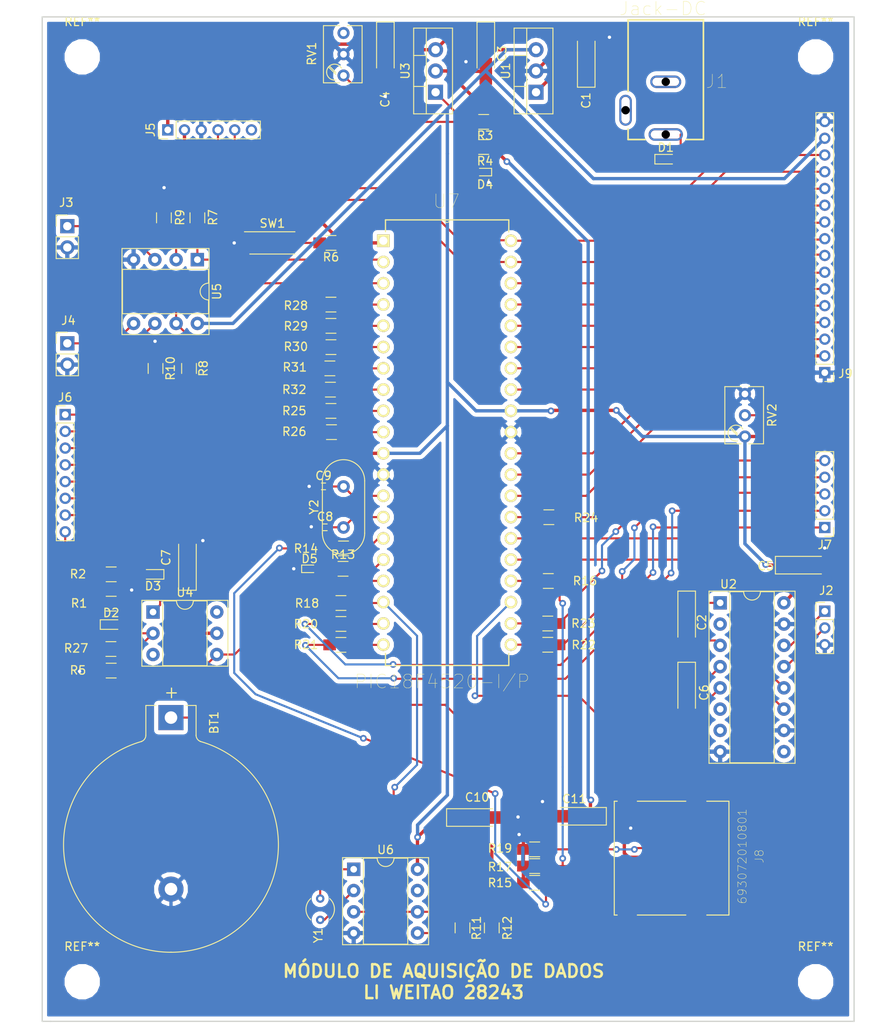
<source format=kicad_pcb>
(kicad_pcb (version 4) (host pcbnew 4.0.7)
  (layers (0 F.Cu signal) (31 B.Cu signal hide) (34 B.Paste user) (35 F.Paste user) (36 B.SilkS user) (37 F.SilkS user) (38 B.Mask user) (39 F.Mask user) (44 Edge.Cuts user))
  (net 0 "")
  (net 1 "Net-(BT1-Pad1)")
  (net 2 "Net-(C2-Pad2)")
  (net 3 "Net-(C2-Pad1)")
  (net 4 VPP)
  (net 5 "Net-(C6-Pad2)")
  (net 6 "Net-(C6-Pad1)")
  (net 7 "Net-(C8-Pad2)")
  (net 8 "Net-(C9-Pad2)")
  (net 9 +3V3)
  (net 10 "Net-(D1-Pad2)")
  (net 11 "Net-(D2-Pad1)")
  (net 12 Sinal_motor)
  (net 13 "Net-(D3-Pad1)")
  (net 14 "Net-(D3-Pad2)")
  (net 15 "Net-(D4-Pad2)")
  (net 16 "Net-(D5-Pad2)")
  (net 17 "Net-(J2-Pad1)")
  (net 18 "Net-(J2-Pad2)")
  (net 19 "Net-(J3-Pad1)")
  (net 20 "Net-(J4-Pad1)")
  (net 21 DB6)
  (net 22 DB7)
  (net 23 "Net-(J5-Pad6)")
  (net 24 AN2)
  (net 25 AN3)
  (net 26 AN4)
  (net 27 AN5)
  (net 28 RD0)
  (net 29 RD1)
  (net 30 RD2)
  (net 31 RD3)
  (net 32 RD4)
  (net 33 RD5)
  (net 34 "Net-(J8-Pad8)")
  (net 35 SDA)
  (net 36 "Net-(J8-Pad5)")
  (net 37 "Net-(J8-Pad3)")
  (net 38 "Net-(J8-Pad2)")
  (net 39 "Net-(J8-Pad1)")
  (net 40 "Net-(J8-PadZ3)")
  (net 41 "Net-(J8-PadZ4)")
  (net 42 "Net-(J8-PadZ2)")
  (net 43 "Net-(J8-PadZ1)")
  (net 44 "Net-(J9-Pad3)")
  (net 45 RS)
  (net 46 RW)
  (net 47 EN)
  (net 48 DB0)
  (net 49 DB1)
  (net 50 DB2)
  (net 51 DB3)
  (net 52 DB4)
  (net 53 DB5)
  (net 54 "Net-(R3-Pad2)")
  (net 55 In_Motor)
  (net 56 "Net-(R6-Pad2)")
  (net 57 "Net-(R7-Pad1)")
  (net 58 AN0)
  (net 59 "Net-(R10-Pad2)")
  (net 60 AN1)
  (net 61 SCL)
  (net 62 "Net-(R13-Pad2)")
  (net 63 CS)
  (net 64 SDO)
  (net 65 "Net-(RV1-Pad3)")
  (net 66 "Net-(U2-Pad9)")
  (net 67 "Net-(U2-Pad2)")
  (net 68 TX)
  (net 69 RX)
  (net 70 "Net-(U2-Pad6)")
  (net 71 "Net-(U2-Pad7)")
  (net 72 "Net-(U4-Pad3)")
  (net 73 "Net-(U4-Pad6)")
  (net 74 RD6)
  (net 75 RD7)
  (net 76 "Net-(U6-Pad1)")
  (net 77 "Net-(U6-Pad2)")
  (net 78 "Net-(U6-Pad7)")
  (net 79 Vss)
  (net 80 Vcc)
  (net 81 +12V)
  (net 82 "Net-(J6-Pad1)")
  (net 83 "Net-(J6-Pad2)")
  (net 84 "Net-(J6-Pad3)")
  (net 85 "Net-(J6-Pad4)")
  (net 86 "Net-(J6-Pad5)")
  (net 87 "Net-(J7-Pad1)")
  (net 88 "Net-(J7-Pad2)")
  (net 89 "Net-(J7-Pad3)")
  (net 90 "Net-(J7-Pad4)")
  (net 91 "Net-(J7-Pad5)")
  (net 92 "Net-(J6-Pad6)")
  (net 93 "Net-(J6-Pad7)")
  (net 94 "Net-(J6-Pad8)")
  (module Battery_Holders:Keystone_104_1x23mm-CoinCell (layer F.Cu) (at 28.3845 96.7105 270)
    (fp_text reference BT1 (at 0.606 -5.155 270) (layer F.SilkS))
    (fp_text value 3V)
    (fp_text user + (at -2.95 0.052 270) (layer F.SilkS) (effects (font (size 1.5 1.5))))
    (pad 2 thru_hole circle (at 20.49 0 270) (size 3 3) (drill 1.5) (layers *.Cu *.Mask) (net 79 Vss))
    (pad 1 thru_hole rect (at 0 0 270) (size 3 3) (drill 1.5) (layers *.Cu *.Mask) (net 1 "Net-(BT1-Pad1)"))
  )
  (module Capacitors_SMD:C_0201 (layer F.Cu) (at 46.7995 73.9775)
    (fp_text reference C8 (at 0 -1.27) (layer F.SilkS))
    (fp_text value 15p)
    (pad 1 smd rect (at -0.28 0) (size 0.3 0.35) (layers F.Cu F.Paste F.Mask) (net 79 Vss))
    (pad 2 smd rect (at 0.28 0) (size 0.3 0.35) (layers F.Cu F.Paste F.Mask) (net 7 "Net-(C8-Pad2)"))
  )
  (module Capacitors_SMD:C_0201 (layer F.Cu) (at 46.609 69.088)
    (fp_text reference C9 (at 0 -1.27) (layer F.SilkS))
    (fp_text value 15p)
    (pad 1 smd rect (at -0.28 0) (size 0.3 0.35) (layers F.Cu F.Paste F.Mask) (net 79 Vss))
    (pad 2 smd rect (at 0.28 0) (size 0.3 0.35) (layers F.Cu F.Paste F.Mask) (net 8 "Net-(C9-Pad2)"))
  )
  (module Diodes_SMD:D_0603 (layer F.Cu) (at 87.5 30)
    (fp_text reference D1 (at 0 -1.4) (layer F.SilkS))
    (fp_text value 1N4004)
    (pad 1 smd rect (at -0.85 0) (size 0.6 0.8) (layers F.Cu F.Paste F.Mask) (net 81 +12V))
    (pad 2 smd rect (at 0.85 0) (size 0.6 0.8) (layers F.Cu F.Paste F.Mask) (net 10 "Net-(D1-Pad2)"))
  )
  (module Diodes_SMD:D_0603 (layer F.Cu) (at 21.238 85.597)
    (fp_text reference D2 (at 0 -1.4) (layer F.SilkS))
    (fp_text value 1N4733)
    (pad 1 smd rect (at -0.85 0) (size 0.6 0.8) (layers F.Cu F.Paste F.Mask) (net 11 "Net-(D2-Pad1)"))
    (pad 2 smd rect (at 0.85 0) (size 0.6 0.8) (layers F.Cu F.Paste F.Mask) (net 12 Sinal_motor))
  )
  (module Diodes_SMD:D_0603 (layer F.Cu) (at 26.238 79.597 180)
    (fp_text reference D3 (at 0 -1.4 180) (layer F.SilkS))
    (fp_text value 1N4007)
    (pad 1 smd rect (at -0.85 0 180) (size 0.6 0.8) (layers F.Cu F.Paste F.Mask) (net 13 "Net-(D3-Pad1)"))
    (pad 2 smd rect (at 0.85 0 180) (size 0.6 0.8) (layers F.Cu F.Paste F.Mask) (net 14 "Net-(D3-Pad2)"))
  )
  (module LEDs:LED_0402 (layer F.Cu) (at 65.746 31.54 180)
    (fp_text reference D4 (at -0.167 -1.48 180) (layer F.SilkS))
    (fp_text value LED)
    (pad 2 smd rect (at 0.55 0) (size 0.6 0.7) (layers F.Cu F.Paste F.Mask) (net 15 "Net-(D4-Pad2)"))
    (pad 1 smd rect (at -0.55 0) (size 0.6 0.7) (layers F.Cu F.Paste F.Mask) (net 79 Vss))
  )
  (module LEDs:LED_0402 (layer F.Cu) (at 44.9445 78.936)
    (fp_text reference D5 (at 0 -1.2) (layer F.SilkS))
    (fp_text value LED)
    (pad 2 smd rect (at 0.55 0 180) (size 0.6 0.7) (layers F.Cu F.Paste F.Mask) (net 16 "Net-(D5-Pad2)"))
    (pad 1 smd rect (at -0.55 0 180) (size 0.6 0.7) (layers F.Cu F.Paste F.Mask) (net 79 Vss))
  )
  (module DCJ235-05-A-XX-X_REVA:GCT_DCJ235-05-A-XX-X_REVA (layer F.Cu) (at 87.5 20.5 180)
    (fp_text reference J1 (at -6.099 -0.201 180) (layer F.SilkS) (effects (font (size 1.60312 1.60312) (thickness 0.05))))
    (fp_text value Jack-DC (at 0.330403 8.49458 180) (layer F.SilkS) (effects (font (size 1.60199 1.60199) (thickness 0.05))))
    (fp_poly (pts (xy 0 -0.75) (xy 0 -1) (xy -1.1 -1) (xy -1.11963 -1) (xy -1.15886 -0.997945) (xy -1.19792 -0.993839) (xy -1.23672 -0.987695) (xy -1.27514 -0.979528) (xy -1.31308 -0.969362) (xy -1.35044 -0.957225) (xy -1.38711 -0.943149) (xy -1.42299 -0.927173) (xy -1.45799 -0.909341) (xy -1.492 -0.889702) (xy -1.52495 -0.868309) (xy -1.55672 -0.845222) (xy -1.58725 -0.820503) (xy -1.61644 -0.79422) (xy -1.64421 -0.766446) (xy -1.6705 -0.737256) (xy -1.69522 -0.706731) (xy -1.7183 -0.674954) (xy -1.7397 -0.642012) (xy -1.75934 -0.607996) (xy -1.77717 -0.572998) (xy -1.79315 -0.537115) (xy -1.80722 -0.500445) (xy -1.81936 -0.463089) (xy -1.82953 -0.425148) (xy -1.83769 -0.386728) (xy -1.84384 -0.347933) (xy -1.84794 -0.308869) (xy -1.85 -0.269644) (xy -1.85 -0.25) (xy -1.85 -0.230365) (xy -1.84794 -0.19114) (xy -1.84384 -0.152076) (xy -1.83769 -0.113281) (xy -1.82953 -0.07486) (xy -1.81936 -0.03692) (xy -1.80722 0.000437) (xy -1.79315 0.037107) (xy -1.77717 0.07299) (xy -1.75934 0.107988) (xy -1.7397 0.142004) (xy -1.71831 0.174947) (xy -1.69522 0.206724) (xy -1.6705 0.23725) (xy -1.64422 0.26644) (xy -1.61645 0.294214) (xy -1.58726 0.320497) (xy -1.55673 0.345216) (xy -1.52495 0.368304) (xy -1.49201 0.389697) (xy -1.458 0.409337) (xy -1.423 0.427169) (xy -1.38712 0.443145) (xy -1.35045 0.457222) (xy -1.31309 0.46936) (xy -1.27515 0.479526) (xy -1.23673 0.487693) (xy -1.19793 0.493838) (xy -1.15887 0.497944) (xy -1.11964 0.5) (xy -1.1 0.5) (xy 0 0.5) (xy 0 0.25) (xy -1.1 0.25) (xy -1.11309 0.25) (xy -1.13924 0.24863) (xy -1.16528 0.245893) (xy -1.19115 0.241796) (xy -1.21676 0.236352) (xy -1.24205 0.229575) (xy -1.26696 0.221483) (xy -1.2914 0.212099) (xy -1.31533 0.201449) (xy -1.33866 0.189561) (xy -1.36134 0.176468) (xy -1.3833 0.162206) (xy -1.40448 0.146814) (xy -1.42483 0.130335) (xy -1.44429 0.112814) (xy -1.46281 0.094297) (xy -1.48033 0.074838) (xy -1.49681 0.054487) (xy -1.5122 0.033303) (xy -1.52646 0.011341) (xy -1.53956 -0.011336) (xy -1.55145 -0.034668) (xy -1.5621 -0.05859) (xy -1.57148 -0.083037) (xy -1.57957 -0.107941) (xy -1.58635 -0.133234) (xy -1.5918 -0.158848) (xy -1.59589 -0.184712) (xy -1.59863 -0.210754) (xy -1.6 -0.236904) (xy -1.6 -0.25) (xy -1.6 -0.26309) (xy -1.59863 -0.28924) (xy -1.59589 -0.315282) (xy -1.5918 -0.341146) (xy -1.58635 -0.36676) (xy -1.57957 -0.392053) (xy -1.57148 -0.416958) (xy -1.5621 -0.441405) (xy -1.55145 -0.465327) (xy -1.53956 -0.488658) (xy -1.52647 -0.511336) (xy -1.51221 -0.533298) (xy -1.49681 -0.554483) (xy -1.48034 -0.574833) (xy -1.46281 -0.594293) (xy -1.4443 -0.612809) (xy -1.42484 -0.630331) (xy -1.40449 -0.646811) (xy -1.3833 -0.662203) (xy -1.36134 -0.676465) (xy -1.33866 -0.689558) (xy -1.31533 -0.701446) (xy -1.29141 -0.712097) (xy -1.26696 -0.721481) (xy -1.24206 -0.729573) (xy -1.21677 -0.736351) (xy -1.19115 -0.741795) (xy -1.16529 -0.745892) (xy -1.13925 -0.748629) (xy -1.1131 -0.75) (xy -1.1 -0.75)) (layer F.Cu) (width 0.001))
    (fp_poly (pts (xy 0 0.25) (xy 0 0.5) (xy 1.1 0.5) (xy 1.11963 0.5) (xy 1.15886 0.497945) (xy 1.19792 0.493839) (xy 1.23672 0.487695) (xy 1.27514 0.479528) (xy 1.31308 0.469362) (xy 1.35044 0.457225) (xy 1.38711 0.443149) (xy 1.42299 0.427173) (xy 1.45799 0.409341) (xy 1.492 0.389702) (xy 1.52495 0.368309) (xy 1.55672 0.345222) (xy 1.58725 0.320503) (xy 1.61644 0.29422) (xy 1.64421 0.266446) (xy 1.6705 0.237256) (xy 1.69522 0.206731) (xy 1.7183 0.174954) (xy 1.7397 0.142012) (xy 1.75934 0.107996) (xy 1.77717 0.072998) (xy 1.79315 0.037115) (xy 1.80722 0.000445) (xy 1.81936 -0.036911) (xy 1.82953 -0.074852) (xy 1.83769 -0.113272) (xy 1.84384 -0.152067) (xy 1.84794 -0.191131) (xy 1.85 -0.230356) (xy 1.85 -0.25) (xy 1.85 -0.269635) (xy 1.84794 -0.30886) (xy 1.84384 -0.347924) (xy 1.83769 -0.386719) (xy 1.82953 -0.42514) (xy 1.81936 -0.46308) (xy 1.80722 -0.500437) (xy 1.79315 -0.537107) (xy 1.77717 -0.57299) (xy 1.75934 -0.607988) (xy 1.7397 -0.642004) (xy 1.71831 -0.674947) (xy 1.69522 -0.706724) (xy 1.6705 -0.73725) (xy 1.64422 -0.76644) (xy 1.61645 -0.794214) (xy 1.58726 -0.820497) (xy 1.55673 -0.845216) (xy 1.52495 -0.868304) (xy 1.49201 -0.889697) (xy 1.458 -0.909337) (xy 1.423 -0.927169) (xy 1.38712 -0.943145) (xy 1.35045 -0.957222) (xy 1.31309 -0.96936) (xy 1.27515 -0.979526) (xy 1.23673 -0.987693) (xy 1.19793 -0.993838) (xy 1.15887 -0.997944) (xy 1.11964 -1) (xy 1.1 -1) (xy 0 -1) (xy 0 -0.75) (xy 1.1 -0.75) (xy 1.11309 -0.75) (xy 1.13924 -0.74863) (xy 1.16528 -0.745893) (xy 1.19115 -0.741796) (xy 1.21676 -0.736352) (xy 1.24205 -0.729575) (xy 1.26696 -0.721483) (xy 1.2914 -0.712099) (xy 1.31533 -0.701449) (xy 1.33866 -0.689561) (xy 1.36134 -0.676468) (xy 1.3833 -0.662206) (xy 1.40448 -0.646814) (xy 1.42483 -0.630335) (xy 1.44429 -0.612814) (xy 1.46281 -0.594297) (xy 1.48033 -0.574838) (xy 1.49681 -0.554487) (xy 1.5122 -0.533303) (xy 1.52646 -0.511341) (xy 1.53956 -0.488664) (xy 1.55145 -0.465332) (xy 1.5621 -0.44141) (xy 1.57148 -0.416963) (xy 1.57957 -0.392059) (xy 1.58635 -0.366766) (xy 1.5918 -0.341152) (xy 1.59589 -0.315288) (xy 1.59863 -0.289246) (xy 1.6 -0.263096) (xy 1.6 -0.25) (xy 1.6 -0.23691) (xy 1.59863 -0.21076) (xy 1.59589 -0.184718) (xy 1.5918 -0.158854) (xy 1.58635 -0.13324) (xy 1.57957 -0.107947) (xy 1.57148 -0.083042) (xy 1.5621 -0.058596) (xy 1.55145 -0.034673) (xy 1.53956 -0.011342) (xy 1.52647 0.011336) (xy 1.51221 0.033298) (xy 1.49681 0.054483) (xy 1.48034 0.074833) (xy 1.46281 0.094293) (xy 1.4443 0.112809) (xy 1.42484 0.130331) (xy 1.40449 0.146811) (xy 1.3833 0.162203) (xy 1.36134 0.176465) (xy 1.33866 0.189558) (xy 1.31533 0.201446) (xy 1.29141 0.212097) (xy 1.26696 0.221481) (xy 1.24206 0.229573) (xy 1.21677 0.236351) (xy 1.19115 0.241795) (xy 1.16529 0.245892) (xy 1.13925 0.248629) (xy 1.1131 0.25) (xy 1.1 0.25)) (layer F.Cu) (width 0.001))
    (fp_poly (pts (xy 0 -0.75) (xy 0 -1) (xy -1.1 -1) (xy -1.11963 -1) (xy -1.15886 -0.997945) (xy -1.19792 -0.993839) (xy -1.23672 -0.987695) (xy -1.27514 -0.979528) (xy -1.31308 -0.969362) (xy -1.35044 -0.957225) (xy -1.38711 -0.943149) (xy -1.42299 -0.927173) (xy -1.45799 -0.909341) (xy -1.492 -0.889702) (xy -1.52495 -0.868309) (xy -1.55672 -0.845222) (xy -1.58725 -0.820503) (xy -1.61644 -0.79422) (xy -1.64421 -0.766446) (xy -1.6705 -0.737256) (xy -1.69522 -0.706731) (xy -1.7183 -0.674954) (xy -1.7397 -0.642012) (xy -1.75934 -0.607996) (xy -1.77717 -0.572998) (xy -1.79315 -0.537115) (xy -1.80722 -0.500445) (xy -1.81936 -0.463089) (xy -1.82953 -0.425148) (xy -1.83769 -0.386728) (xy -1.84384 -0.347933) (xy -1.84794 -0.308869) (xy -1.85 -0.269644) (xy -1.85 -0.25) (xy -1.85 -0.230365) (xy -1.84794 -0.19114) (xy -1.84384 -0.152076) (xy -1.83769 -0.113281) (xy -1.82953 -0.07486) (xy -1.81936 -0.03692) (xy -1.80722 0.000437) (xy -1.79315 0.037107) (xy -1.77717 0.07299) (xy -1.75934 0.107988) (xy -1.7397 0.142004) (xy -1.71831 0.174947) (xy -1.69522 0.206724) (xy -1.6705 0.23725) (xy -1.64422 0.26644) (xy -1.61645 0.294214) (xy -1.58726 0.320497) (xy -1.55673 0.345216) (xy -1.52495 0.368304) (xy -1.49201 0.389697) (xy -1.458 0.409337) (xy -1.423 0.427169) (xy -1.38712 0.443145) (xy -1.35045 0.457222) (xy -1.31309 0.46936) (xy -1.27515 0.479526) (xy -1.23673 0.487693) (xy -1.19793 0.493838) (xy -1.15887 0.497944) (xy -1.11964 0.5) (xy -1.1 0.5) (xy 0 0.5) (xy 0 0.25) (xy -1.1 0.25) (xy -1.11309 0.25) (xy -1.13924 0.24863) (xy -1.16528 0.245893) (xy -1.19115 0.241796) (xy -1.21676 0.236352) (xy -1.24205 0.229575) (xy -1.26696 0.221483) (xy -1.2914 0.212099) (xy -1.31533 0.201449) (xy -1.33866 0.189561) (xy -1.36134 0.176468) (xy -1.3833 0.162206) (xy -1.40448 0.146814) (xy -1.42483 0.130335) (xy -1.44429 0.112814) (xy -1.46281 0.094297) (xy -1.48033 0.074838) (xy -1.49681 0.054487) (xy -1.5122 0.033303) (xy -1.52646 0.011341) (xy -1.53956 -0.011336) (xy -1.55145 -0.034668) (xy -1.5621 -0.05859) (xy -1.57148 -0.083037) (xy -1.57957 -0.107941) (xy -1.58635 -0.133234) (xy -1.5918 -0.158848) (xy -1.59589 -0.184712) (xy -1.59863 -0.210754) (xy -1.6 -0.236904) (xy -1.6 -0.25) (xy -1.6 -0.26309) (xy -1.59863 -0.28924) (xy -1.59589 -0.315282) (xy -1.5918 -0.341146) (xy -1.58635 -0.36676) (xy -1.57957 -0.392053) (xy -1.57148 -0.416958) (xy -1.5621 -0.441405) (xy -1.55145 -0.465327) (xy -1.53956 -0.488658) (xy -1.52647 -0.511336) (xy -1.51221 -0.533298) (xy -1.49681 -0.554483) (xy -1.48034 -0.574833) (xy -1.46281 -0.594293) (xy -1.4443 -0.612809) (xy -1.42484 -0.630331) (xy -1.40449 -0.646811) (xy -1.3833 -0.662203) (xy -1.36134 -0.676465) (xy -1.33866 -0.689558) (xy -1.31533 -0.701446) (xy -1.29141 -0.712097) (xy -1.26696 -0.721481) (xy -1.24206 -0.729573) (xy -1.21677 -0.736351) (xy -1.19115 -0.741795) (xy -1.16529 -0.745892) (xy -1.13925 -0.748629) (xy -1.1131 -0.75) (xy -1.1 -0.75)) (layer B.Cu) (width 0.001))
    (fp_poly (pts (xy 0 0.25) (xy 0 0.5) (xy 1.1 0.5) (xy 1.11963 0.5) (xy 1.15886 0.497945) (xy 1.19792 0.493839) (xy 1.23672 0.487695) (xy 1.27514 0.479528) (xy 1.31308 0.469362) (xy 1.35044 0.457225) (xy 1.38711 0.443149) (xy 1.42299 0.427173) (xy 1.45799 0.409341) (xy 1.492 0.389702) (xy 1.52495 0.368309) (xy 1.55672 0.345222) (xy 1.58725 0.320503) (xy 1.61644 0.29422) (xy 1.64421 0.266446) (xy 1.6705 0.237256) (xy 1.69522 0.206731) (xy 1.7183 0.174954) (xy 1.7397 0.142012) (xy 1.75934 0.107996) (xy 1.77717 0.072998) (xy 1.79315 0.037115) (xy 1.80722 0.000445) (xy 1.81936 -0.036911) (xy 1.82953 -0.074852) (xy 1.83769 -0.113272) (xy 1.84384 -0.152067) (xy 1.84794 -0.191131) (xy 1.85 -0.230356) (xy 1.85 -0.25) (xy 1.85 -0.269635) (xy 1.84794 -0.30886) (xy 1.84384 -0.347924) (xy 1.83769 -0.386719) (xy 1.82953 -0.42514) (xy 1.81936 -0.46308) (xy 1.80722 -0.500437) (xy 1.79315 -0.537107) (xy 1.77717 -0.57299) (xy 1.75934 -0.607988) (xy 1.7397 -0.642004) (xy 1.71831 -0.674947) (xy 1.69522 -0.706724) (xy 1.6705 -0.73725) (xy 1.64422 -0.76644) (xy 1.61645 -0.794214) (xy 1.58726 -0.820497) (xy 1.55673 -0.845216) (xy 1.52495 -0.868304) (xy 1.49201 -0.889697) (xy 1.458 -0.909337) (xy 1.423 -0.927169) (xy 1.38712 -0.943145) (xy 1.35045 -0.957222) (xy 1.31309 -0.96936) (xy 1.27515 -0.979526) (xy 1.23673 -0.987693) (xy 1.19793 -0.993838) (xy 1.15887 -0.997944) (xy 1.11964 -1) (xy 1.1 -1) (xy 0 -1) (xy 0 -0.75) (xy 1.1 -0.75) (xy 1.11309 -0.75) (xy 1.13924 -0.74863) (xy 1.16528 -0.745893) (xy 1.19115 -0.741796) (xy 1.21676 -0.736352) (xy 1.24205 -0.729575) (xy 1.26696 -0.721483) (xy 1.2914 -0.712099) (xy 1.31533 -0.701449) (xy 1.33866 -0.689561) (xy 1.36134 -0.676468) (xy 1.3833 -0.662206) (xy 1.40448 -0.646814) (xy 1.42483 -0.630335) (xy 1.44429 -0.612814) (xy 1.46281 -0.594297) (xy 1.48033 -0.574838) (xy 1.49681 -0.554487) (xy 1.5122 -0.533303) (xy 1.52646 -0.511341) (xy 1.53956 -0.488664) (xy 1.55145 -0.465332) (xy 1.5621 -0.44141) (xy 1.57148 -0.416963) (xy 1.57957 -0.392059) (xy 1.58635 -0.366766) (xy 1.5918 -0.341152) (xy 1.59589 -0.315288) (xy 1.59863 -0.289246) (xy 1.6 -0.263096) (xy 1.6 -0.25) (xy 1.6 -0.23691) (xy 1.59863 -0.21076) (xy 1.59589 -0.184718) (xy 1.5918 -0.158854) (xy 1.58635 -0.13324) (xy 1.57957 -0.107947) (xy 1.57148 -0.083042) (xy 1.5621 -0.058596) (xy 1.55145 -0.034673) (xy 1.53956 -0.011342) (xy 1.52647 0.011336) (xy 1.51221 0.033298) (xy 1.49681 0.054483) (xy 1.48034 0.074833) (xy 1.46281 0.094293) (xy 1.4443 0.112809) (xy 1.42484 0.130331) (xy 1.40449 0.146811) (xy 1.3833 0.162203) (xy 1.36134 0.176465) (xy 1.33866 0.189558) (xy 1.31533 0.201446) (xy 1.29141 0.212097) (xy 1.26696 0.221481) (xy 1.24206 0.229573) (xy 1.21677 0.236351) (xy 1.19115 0.241795) (xy 1.16529 0.245892) (xy 1.13925 0.248629) (xy 1.1131 0.25) (xy 1.1 0.25)) (layer B.Cu) (width 0.001))
    (fp_poly (pts (xy 4.3 -3.65) (xy 4.05 -3.65) (xy 4.05 -2.55) (xy 4.05 -2.53037) (xy 4.05206 -2.49114) (xy 4.05616 -2.45208) (xy 4.06231 -2.41328) (xy 4.07047 -2.37486) (xy 4.08064 -2.33692) (xy 4.09278 -2.29956) (xy 4.10685 -2.26289) (xy 4.12283 -2.22701) (xy 4.14066 -2.19201) (xy 4.1603 -2.158) (xy 4.18169 -2.12505) (xy 4.20478 -2.09328) (xy 4.2295 -2.06275) (xy 4.25578 -2.03356) (xy 4.28355 -2.00579) (xy 4.31274 -1.9795) (xy 4.34327 -1.95478) (xy 4.37505 -1.9317) (xy 4.40799 -1.9103) (xy 4.442 -1.89066) (xy 4.477 -1.87283) (xy 4.51288 -1.85685) (xy 4.54955 -1.84278) (xy 4.58691 -1.83064) (xy 4.62485 -1.82047) (xy 4.66327 -1.81231) (xy 4.70207 -1.80616) (xy 4.74113 -1.80206) (xy 4.78036 -1.8) (xy 4.8 -1.8) (xy 4.81963 -1.8) (xy 4.85886 -1.80206) (xy 4.89792 -1.80616) (xy 4.93672 -1.81231) (xy 4.97514 -1.82047) (xy 5.01308 -1.83064) (xy 5.05044 -1.84278) (xy 5.08711 -1.85685) (xy 5.12299 -1.87283) (xy 5.15799 -1.89066) (xy 5.192 -1.9103) (xy 5.22495 -1.93169) (xy 5.25672 -1.95478) (xy 5.28725 -1.9795) (xy 5.31644 -2.00578) (xy 5.34421 -2.03355) (xy 5.3705 -2.06274) (xy 5.39522 -2.09327) (xy 5.4183 -2.12505) (xy 5.4397 -2.15799) (xy 5.45934 -2.192) (xy 5.47717 -2.227) (xy 5.49315 -2.26288) (xy 5.50722 -2.29955) (xy 5.51936 -2.33691) (xy 5.52953 -2.37485) (xy 5.53769 -2.41327) (xy 5.54384 -2.45207) (xy 5.54794 -2.49113) (xy 5.55 -2.53036) (xy 5.55 -2.55) (xy 5.55 -3.65) (xy 5.3 -3.65) (xy 5.3 -2.55) (xy 5.3 -2.53691) (xy 5.29863 -2.51076) (xy 5.29589 -2.48472) (xy 5.2918 -2.45885) (xy 5.28635 -2.43324) (xy 5.27957 -2.40795) (xy 5.27148 -2.38304) (xy 5.2621 -2.3586) (xy 5.25145 -2.33467) (xy 5.23956 -2.31134) (xy 5.22647 -2.28866) (xy 5.21221 -2.2667) (xy 5.19681 -2.24552) (xy 5.18034 -2.22517) (xy 5.16281 -2.20571) (xy 5.1443 -2.18719) (xy 5.12484 -2.16967) (xy 5.10449 -2.15319) (xy 5.0833 -2.1378) (xy 5.06134 -2.12354) (xy 5.03866 -2.11044) (xy 5.01533 -2.09855) (xy 4.99141 -2.0879) (xy 4.96696 -2.07852) (xy 4.94206 -2.07043) (xy 4.91677 -2.06365) (xy 4.89115 -2.0582) (xy 4.86529 -2.05411) (xy 4.83925 -2.05137) (xy 4.8131 -2.05) (xy 4.8 -2.05) (xy 4.78691 -2.05) (xy 4.76076 -2.05137) (xy 4.73472 -2.05411) (xy 4.70885 -2.0582) (xy 4.68324 -2.06365) (xy 4.65795 -2.07043) (xy 4.63304 -2.07852) (xy 4.6086 -2.0879) (xy 4.58467 -2.09855) (xy 4.56134 -2.11044) (xy 4.53866 -2.12353) (xy 4.5167 -2.13779) (xy 4.49552 -2.15319) (xy 4.47517 -2.16966) (xy 4.45571 -2.18719) (xy 4.43719 -2.2057) (xy 4.41967 -2.22516) (xy 4.40319 -2.24551) (xy 4.3878 -2.2667) (xy 4.37354 -2.28866) (xy 4.36044 -2.31134) (xy 4.34855 -2.33467) (xy 4.3379 -2.35859) (xy 4.32852 -2.38304) (xy 4.32043 -2.40794) (xy 4.31365 -2.43323) (xy 4.3082 -2.45885) (xy 4.30411 -2.48471) (xy 4.30137 -2.51075) (xy 4.3 -2.5369) (xy 4.3 -2.55)) (layer F.Cu) (width 0.001))
    (fp_poly (pts (xy 5.3 -3.65) (xy 5.55 -3.65) (xy 5.55 -4.75) (xy 5.55 -4.76963) (xy 5.54794 -4.80886) (xy 5.54384 -4.84792) (xy 5.53769 -4.88672) (xy 5.52953 -4.92514) (xy 5.51936 -4.96308) (xy 5.50722 -5.00044) (xy 5.49315 -5.03711) (xy 5.47717 -5.07299) (xy 5.45934 -5.10799) (xy 5.4397 -5.142) (xy 5.41831 -5.17495) (xy 5.39522 -5.20672) (xy 5.3705 -5.23725) (xy 5.34422 -5.26644) (xy 5.31645 -5.29421) (xy 5.28726 -5.3205) (xy 5.25673 -5.34522) (xy 5.22495 -5.3683) (xy 5.19201 -5.3897) (xy 5.158 -5.40934) (xy 5.123 -5.42717) (xy 5.08712 -5.44315) (xy 5.05045 -5.45722) (xy 5.01309 -5.46936) (xy 4.97515 -5.47953) (xy 4.93673 -5.48769) (xy 4.89793 -5.49384) (xy 4.85887 -5.49794) (xy 4.81964 -5.5) (xy 4.8 -5.5) (xy 4.78037 -5.5) (xy 4.74114 -5.49794) (xy 4.70208 -5.49384) (xy 4.66328 -5.48769) (xy 4.62486 -5.47953) (xy 4.58692 -5.46936) (xy 4.54956 -5.45722) (xy 4.51289 -5.44315) (xy 4.47701 -5.42717) (xy 4.44201 -5.40934) (xy 4.408 -5.3897) (xy 4.37505 -5.36831) (xy 4.34328 -5.34522) (xy 4.31275 -5.3205) (xy 4.28356 -5.29422) (xy 4.25579 -5.26645) (xy 4.2295 -5.23726) (xy 4.20478 -5.20673) (xy 4.1817 -5.17495) (xy 4.1603 -5.14201) (xy 4.14066 -5.108) (xy 4.12283 -5.073) (xy 4.10685 -5.03712) (xy 4.09278 -5.00045) (xy 4.08064 -4.96309) (xy 4.07047 -4.92515) (xy 4.06231 -4.88673) (xy 4.05616 -4.84793) (xy 4.05206 -4.80887) (xy 4.05 -4.76964) (xy 4.05 -4.75) (xy 4.05 -3.65) (xy 4.3 -3.65) (xy 4.3 -4.75) (xy 4.3 -4.76309) (xy 4.30137 -4.78924) (xy 4.30411 -4.81528) (xy 4.3082 -4.84115) (xy 4.31365 -4.86676) (xy 4.32043 -4.89205) (xy 4.32852 -4.91696) (xy 4.3379 -4.9414) (xy 4.34855 -4.96533) (xy 4.36044 -4.98866) (xy 4.37353 -5.01134) (xy 4.38779 -5.0333) (xy 4.40319 -5.05448) (xy 4.41966 -5.07483) (xy 4.43719 -5.09429) (xy 4.4557 -5.11281) (xy 4.47516 -5.13033) (xy 4.49551 -5.14681) (xy 4.5167 -5.1622) (xy 4.53866 -5.17646) (xy 4.56134 -5.18956) (xy 4.58467 -5.20145) (xy 4.60859 -5.2121) (xy 4.63304 -5.22148) (xy 4.65794 -5.22957) (xy 4.68323 -5.23635) (xy 4.70885 -5.2418) (xy 4.73471 -5.24589) (xy 4.76075 -5.24863) (xy 4.7869 -5.25) (xy 4.8 -5.25) (xy 4.81309 -5.25) (xy 4.83924 -5.24863) (xy 4.86528 -5.24589) (xy 4.89115 -5.2418) (xy 4.91676 -5.23635) (xy 4.94205 -5.22957) (xy 4.96696 -5.22148) (xy 4.9914 -5.2121) (xy 5.01533 -5.20145) (xy 5.03866 -5.18956) (xy 5.06134 -5.17647) (xy 5.0833 -5.16221) (xy 5.10448 -5.14681) (xy 5.12483 -5.13034) (xy 5.14429 -5.11281) (xy 5.16281 -5.0943) (xy 5.18033 -5.07484) (xy 5.19681 -5.05449) (xy 5.2122 -5.0333) (xy 5.22646 -5.01134) (xy 5.23956 -4.98866) (xy 5.25145 -4.96533) (xy 5.2621 -4.94141) (xy 5.27148 -4.91696) (xy 5.27957 -4.89206) (xy 5.28635 -4.86677) (xy 5.2918 -4.84115) (xy 5.29589 -4.81529) (xy 5.29863 -4.78925) (xy 5.3 -4.7631) (xy 5.3 -4.75)) (layer F.Cu) (width 0.001))
    (fp_poly (pts (xy 4.3 -3.65) (xy 4.05 -3.65) (xy 4.05 -2.55) (xy 4.05 -2.53037) (xy 4.05206 -2.49114) (xy 4.05616 -2.45208) (xy 4.06231 -2.41328) (xy 4.07047 -2.37486) (xy 4.08064 -2.33692) (xy 4.09278 -2.29956) (xy 4.10685 -2.26289) (xy 4.12283 -2.22701) (xy 4.14066 -2.19201) (xy 4.1603 -2.158) (xy 4.18169 -2.12505) (xy 4.20478 -2.09328) (xy 4.2295 -2.06275) (xy 4.25578 -2.03356) (xy 4.28355 -2.00579) (xy 4.31274 -1.9795) (xy 4.34327 -1.95478) (xy 4.37505 -1.9317) (xy 4.40799 -1.9103) (xy 4.442 -1.89066) (xy 4.477 -1.87283) (xy 4.51288 -1.85685) (xy 4.54955 -1.84278) (xy 4.58691 -1.83064) (xy 4.62485 -1.82047) (xy 4.66327 -1.81231) (xy 4.70207 -1.80616) (xy 4.74113 -1.80206) (xy 4.78036 -1.8) (xy 4.8 -1.8) (xy 4.81963 -1.8) (xy 4.85886 -1.80206) (xy 4.89792 -1.80616) (xy 4.93672 -1.81231) (xy 4.97514 -1.82047) (xy 5.01308 -1.83064) (xy 5.05044 -1.84278) (xy 5.08711 -1.85685) (xy 5.12299 -1.87283) (xy 5.15799 -1.89066) (xy 5.192 -1.9103) (xy 5.22495 -1.93169) (xy 5.25672 -1.95478) (xy 5.28725 -1.9795) (xy 5.31644 -2.00578) (xy 5.34421 -2.03355) (xy 5.3705 -2.06274) (xy 5.39522 -2.09327) (xy 5.4183 -2.12505) (xy 5.4397 -2.15799) (xy 5.45934 -2.192) (xy 5.47717 -2.227) (xy 5.49315 -2.26288) (xy 5.50722 -2.29955) (xy 5.51936 -2.33691) (xy 5.52953 -2.37485) (xy 5.53769 -2.41327) (xy 5.54384 -2.45207) (xy 5.54794 -2.49113) (xy 5.55 -2.53036) (xy 5.55 -2.55) (xy 5.55 -3.65) (xy 5.3 -3.65) (xy 5.3 -2.55) (xy 5.3 -2.53691) (xy 5.29863 -2.51076) (xy 5.29589 -2.48472) (xy 5.2918 -2.45885) (xy 5.28635 -2.43324) (xy 5.27957 -2.40795) (xy 5.27148 -2.38304) (xy 5.2621 -2.3586) (xy 5.25145 -2.33467) (xy 5.23956 -2.31134) (xy 5.22647 -2.28866) (xy 5.21221 -2.2667) (xy 5.19681 -2.24552) (xy 5.18034 -2.22517) (xy 5.16281 -2.20571) (xy 5.1443 -2.18719) (xy 5.12484 -2.16967) (xy 5.10449 -2.15319) (xy 5.0833 -2.1378) (xy 5.06134 -2.12354) (xy 5.03866 -2.11044) (xy 5.01533 -2.09855) (xy 4.99141 -2.0879) (xy 4.96696 -2.07852) (xy 4.94206 -2.07043) (xy 4.91677 -2.06365) (xy 4.89115 -2.0582) (xy 4.86529 -2.05411) (xy 4.83925 -2.05137) (xy 4.8131 -2.05) (xy 4.8 -2.05) (xy 4.78691 -2.05) (xy 4.76076 -2.05137) (xy 4.73472 -2.05411) (xy 4.70885 -2.0582) (xy 4.68324 -2.06365) (xy 4.65795 -2.07043) (xy 4.63304 -2.07852) (xy 4.6086 -2.0879) (xy 4.58467 -2.09855) (xy 4.56134 -2.11044) (xy 4.53866 -2.12353) (xy 4.5167 -2.13779) (xy 4.49552 -2.15319) (xy 4.47517 -2.16966) (xy 4.45571 -2.18719) (xy 4.43719 -2.2057) (xy 4.41967 -2.22516) (xy 4.40319 -2.24551) (xy 4.3878 -2.2667) (xy 4.37354 -2.28866) (xy 4.36044 -2.31134) (xy 4.34855 -2.33467) (xy 4.3379 -2.35859) (xy 4.32852 -2.38304) (xy 4.32043 -2.40794) (xy 4.31365 -2.43323) (xy 4.3082 -2.45885) (xy 4.30411 -2.48471) (xy 4.30137 -2.51075) (xy 4.3 -2.5369) (xy 4.3 -2.55)) (layer B.Cu) (width 0.001))
    (fp_poly (pts (xy 5.3 -3.65) (xy 5.55 -3.65) (xy 5.55 -4.75) (xy 5.55 -4.76963) (xy 5.54794 -4.80886) (xy 5.54384 -4.84792) (xy 5.53769 -4.88672) (xy 5.52953 -4.92514) (xy 5.51936 -4.96308) (xy 5.50722 -5.00044) (xy 5.49315 -5.03711) (xy 5.47717 -5.07299) (xy 5.45934 -5.10799) (xy 5.4397 -5.142) (xy 5.41831 -5.17495) (xy 5.39522 -5.20672) (xy 5.3705 -5.23725) (xy 5.34422 -5.26644) (xy 5.31645 -5.29421) (xy 5.28726 -5.3205) (xy 5.25673 -5.34522) (xy 5.22495 -5.3683) (xy 5.19201 -5.3897) (xy 5.158 -5.40934) (xy 5.123 -5.42717) (xy 5.08712 -5.44315) (xy 5.05045 -5.45722) (xy 5.01309 -5.46936) (xy 4.97515 -5.47953) (xy 4.93673 -5.48769) (xy 4.89793 -5.49384) (xy 4.85887 -5.49794) (xy 4.81964 -5.5) (xy 4.8 -5.5) (xy 4.78037 -5.5) (xy 4.74114 -5.49794) (xy 4.70208 -5.49384) (xy 4.66328 -5.48769) (xy 4.62486 -5.47953) (xy 4.58692 -5.46936) (xy 4.54956 -5.45722) (xy 4.51289 -5.44315) (xy 4.47701 -5.42717) (xy 4.44201 -5.40934) (xy 4.408 -5.3897) (xy 4.37505 -5.36831) (xy 4.34328 -5.34522) (xy 4.31275 -5.3205) (xy 4.28356 -5.29422) (xy 4.25579 -5.26645) (xy 4.2295 -5.23726) (xy 4.20478 -5.20673) (xy 4.1817 -5.17495) (xy 4.1603 -5.14201) (xy 4.14066 -5.108) (xy 4.12283 -5.073) (xy 4.10685 -5.03712) (xy 4.09278 -5.00045) (xy 4.08064 -4.96309) (xy 4.07047 -4.92515) (xy 4.06231 -4.88673) (xy 4.05616 -4.84793) (xy 4.05206 -4.80887) (xy 4.05 -4.76964) (xy 4.05 -4.75) (xy 4.05 -3.65) (xy 4.3 -3.65) (xy 4.3 -4.75) (xy 4.3 -4.76309) (xy 4.30137 -4.78924) (xy 4.30411 -4.81528) (xy 4.3082 -4.84115) (xy 4.31365 -4.86676) (xy 4.32043 -4.89205) (xy 4.32852 -4.91696) (xy 4.3379 -4.9414) (xy 4.34855 -4.96533) (xy 4.36044 -4.98866) (xy 4.37353 -5.01134) (xy 4.38779 -5.0333) (xy 4.40319 -5.05448) (xy 4.41966 -5.07483) (xy 4.43719 -5.09429) (xy 4.4557 -5.11281) (xy 4.47516 -5.13033) (xy 4.49551 -5.14681) (xy 4.5167 -5.1622) (xy 4.53866 -5.17646) (xy 4.56134 -5.18956) (xy 4.58467 -5.20145) (xy 4.60859 -5.2121) (xy 4.63304 -5.22148) (xy 4.65794 -5.22957) (xy 4.68323 -5.23635) (xy 4.70885 -5.2418) (xy 4.73471 -5.24589) (xy 4.76075 -5.24863) (xy 4.7869 -5.25) (xy 4.8 -5.25) (xy 4.81309 -5.25) (xy 4.83924 -5.24863) (xy 4.86528 -5.24589) (xy 4.89115 -5.2418) (xy 4.91676 -5.23635) (xy 4.94205 -5.22957) (xy 4.96696 -5.22148) (xy 4.9914 -5.2121) (xy 5.01533 -5.20145) (xy 5.03866 -5.18956) (xy 5.06134 -5.17647) (xy 5.0833 -5.16221) (xy 5.10448 -5.14681) (xy 5.12483 -5.13034) (xy 5.14429 -5.11281) (xy 5.16281 -5.0943) (xy 5.18033 -5.07484) (xy 5.19681 -5.05449) (xy 5.2122 -5.0333) (xy 5.22646 -5.01134) (xy 5.23956 -4.98866) (xy 5.25145 -4.96533) (xy 5.2621 -4.94141) (xy 5.27148 -4.91696) (xy 5.27957 -4.89206) (xy 5.28635 -4.86677) (xy 5.2918 -4.84115) (xy 5.29589 -4.81529) (xy 5.29863 -4.78925) (xy 5.3 -4.7631) (xy 5.3 -4.75)) (layer B.Cu) (width 0.001))
    (fp_poly (pts (xy 0 -7.05) (xy 0 -7.3) (xy -1.3 -7.3) (xy -1.31963 -7.3) (xy -1.35886 -7.29794) (xy -1.39792 -7.29384) (xy -1.43672 -7.28769) (xy -1.47514 -7.27953) (xy -1.51308 -7.26936) (xy -1.55044 -7.25722) (xy -1.58711 -7.24315) (xy -1.62299 -7.22717) (xy -1.65799 -7.20934) (xy -1.692 -7.1897) (xy -1.72495 -7.16831) (xy -1.75672 -7.14522) (xy -1.78725 -7.1205) (xy -1.81644 -7.09422) (xy -1.84421 -7.06645) (xy -1.8705 -7.03726) (xy -1.89522 -7.00673) (xy -1.9183 -6.97495) (xy -1.9397 -6.94201) (xy -1.95934 -6.908) (xy -1.97717 -6.873) (xy -1.99315 -6.83712) (xy -2.00722 -6.80045) (xy -2.01936 -6.76309) (xy -2.02953 -6.72515) (xy -2.03769 -6.68673) (xy -2.04384 -6.64793) (xy -2.04794 -6.60887) (xy -2.05 -6.56964) (xy -2.05 -6.55) (xy -2.05 -6.53037) (xy -2.04794 -6.49114) (xy -2.04384 -6.45208) (xy -2.03769 -6.41328) (xy -2.02953 -6.37486) (xy -2.01936 -6.33692) (xy -2.00722 -6.29956) (xy -1.99315 -6.26289) (xy -1.97717 -6.22701) (xy -1.95934 -6.19201) (xy -1.9397 -6.158) (xy -1.91831 -6.12505) (xy -1.89522 -6.09328) (xy -1.8705 -6.06275) (xy -1.84422 -6.03356) (xy -1.81645 -6.00579) (xy -1.78726 -5.9795) (xy -1.75673 -5.95478) (xy -1.72495 -5.9317) (xy -1.69201 -5.9103) (xy -1.658 -5.89066) (xy -1.623 -5.87283) (xy -1.58712 -5.85685) (xy -1.55045 -5.84278) (xy -1.51309 -5.83064) (xy -1.47515 -5.82047) (xy -1.43673 -5.81231) (xy -1.39793 -5.80616) (xy -1.35887 -5.80206) (xy -1.31964 -5.8) (xy -1.3 -5.8) (xy 0 -5.8) (xy 0 -6.05) (xy -1.3 -6.05) (xy -1.31309 -6.05) (xy -1.33924 -6.05137) (xy -1.36528 -6.05411) (xy -1.39115 -6.0582) (xy -1.41676 -6.06365) (xy -1.44205 -6.07043) (xy -1.46696 -6.07852) (xy -1.4914 -6.0879) (xy -1.51533 -6.09855) (xy -1.53866 -6.11044) (xy -1.56134 -6.12353) (xy -1.5833 -6.13779) (xy -1.60448 -6.15319) (xy -1.62483 -6.16966) (xy -1.64429 -6.18719) (xy -1.66281 -6.2057) (xy -1.68033 -6.22516) (xy -1.69681 -6.24551) (xy -1.7122 -6.2667) (xy -1.72646 -6.28866) (xy -1.73956 -6.31134) (xy -1.75145 -6.33467) (xy -1.7621 -6.35859) (xy -1.77148 -6.38304) (xy -1.77957 -6.40794) (xy -1.78635 -6.43323) (xy -1.7918 -6.45885) (xy -1.79589 -6.48471) (xy -1.79863 -6.51075) (xy -1.8 -6.5369) (xy -1.8 -6.55) (xy -1.8 -6.56309) (xy -1.79863 -6.58924) (xy -1.79589 -6.61528) (xy -1.7918 -6.64115) (xy -1.78635 -6.66676) (xy -1.77957 -6.69205) (xy -1.77148 -6.71696) (xy -1.7621 -6.7414) (xy -1.75145 -6.76533) (xy -1.73956 -6.78866) (xy -1.72647 -6.81134) (xy -1.71221 -6.8333) (xy -1.69681 -6.85448) (xy -1.68034 -6.87483) (xy -1.66281 -6.89429) (xy -1.6443 -6.91281) (xy -1.62484 -6.93033) (xy -1.60449 -6.94681) (xy -1.5833 -6.9622) (xy -1.56134 -6.97646) (xy -1.53866 -6.98956) (xy -1.51533 -7.00145) (xy -1.49141 -7.0121) (xy -1.46696 -7.02148) (xy -1.44206 -7.02957) (xy -1.41677 -7.03635) (xy -1.39115 -7.0418) (xy -1.36529 -7.04589) (xy -1.33925 -7.04863) (xy -1.3131 -7.05) (xy -1.3 -7.05)) (layer F.Cu) (width 0.001))
    (fp_poly (pts (xy 0 -6.05) (xy 0 -5.8) (xy 1.3 -5.8) (xy 1.31963 -5.8) (xy 1.35886 -5.80206) (xy 1.39792 -5.80616) (xy 1.43672 -5.81231) (xy 1.47514 -5.82047) (xy 1.51308 -5.83064) (xy 1.55044 -5.84278) (xy 1.58711 -5.85685) (xy 1.62299 -5.87283) (xy 1.65799 -5.89066) (xy 1.692 -5.9103) (xy 1.72495 -5.93169) (xy 1.75672 -5.95478) (xy 1.78725 -5.9795) (xy 1.81644 -6.00578) (xy 1.84421 -6.03355) (xy 1.8705 -6.06274) (xy 1.89522 -6.09327) (xy 1.9183 -6.12505) (xy 1.9397 -6.15799) (xy 1.95934 -6.192) (xy 1.97717 -6.227) (xy 1.99315 -6.26288) (xy 2.00722 -6.29955) (xy 2.01936 -6.33691) (xy 2.02953 -6.37485) (xy 2.03769 -6.41327) (xy 2.04384 -6.45207) (xy 2.04794 -6.49113) (xy 2.05 -6.53036) (xy 2.05 -6.55) (xy 2.05 -6.56963) (xy 2.04794 -6.60886) (xy 2.04384 -6.64792) (xy 2.03769 -6.68672) (xy 2.02953 -6.72514) (xy 2.01936 -6.76308) (xy 2.00722 -6.80044) (xy 1.99315 -6.83711) (xy 1.97717 -6.87299) (xy 1.95934 -6.90799) (xy 1.9397 -6.942) (xy 1.91831 -6.97495) (xy 1.89522 -7.00672) (xy 1.8705 -7.03725) (xy 1.84422 -7.06644) (xy 1.81645 -7.09421) (xy 1.78726 -7.1205) (xy 1.75673 -7.14522) (xy 1.72495 -7.1683) (xy 1.69201 -7.1897) (xy 1.658 -7.20934) (xy 1.623 -7.22717) (xy 1.58712 -7.24315) (xy 1.55045 -7.25722) (xy 1.51309 -7.26936) (xy 1.47515 -7.27953) (xy 1.43673 -7.28769) (xy 1.39793 -7.29384) (xy 1.35887 -7.29794) (xy 1.31964 -7.3) (xy 1.3 -7.3) (xy 0 -7.3) (xy 0 -7.05) (xy 1.3 -7.05) (xy 1.31309 -7.05) (xy 1.33924 -7.04863) (xy 1.36528 -7.04589) (xy 1.39115 -7.0418) (xy 1.41676 -7.03635) (xy 1.44205 -7.02957) (xy 1.46696 -7.02148) (xy 1.4914 -7.0121) (xy 1.51533 -7.00145) (xy 1.53866 -6.98956) (xy 1.56134 -6.97647) (xy 1.5833 -6.96221) (xy 1.60448 -6.94681) (xy 1.62483 -6.93034) (xy 1.64429 -6.91281) (xy 1.66281 -6.8943) (xy 1.68033 -6.87484) (xy 1.69681 -6.85449) (xy 1.7122 -6.8333) (xy 1.72646 -6.81134) (xy 1.73956 -6.78866) (xy 1.75145 -6.76533) (xy 1.7621 -6.74141) (xy 1.77148 -6.71696) (xy 1.77957 -6.69206) (xy 1.78635 -6.66677) (xy 1.7918 -6.64115) (xy 1.79589 -6.61529) (xy 1.79863 -6.58925) (xy 1.8 -6.5631) (xy 1.8 -6.55) (xy 1.8 -6.53691) (xy 1.79863 -6.51076) (xy 1.79589 -6.48472) (xy 1.7918 -6.45885) (xy 1.78635 -6.43324) (xy 1.77957 -6.40795) (xy 1.77148 -6.38304) (xy 1.7621 -6.3586) (xy 1.75145 -6.33467) (xy 1.73956 -6.31134) (xy 1.72647 -6.28866) (xy 1.71221 -6.2667) (xy 1.69681 -6.24552) (xy 1.68034 -6.22517) (xy 1.66281 -6.20571) (xy 1.6443 -6.18719) (xy 1.62484 -6.16967) (xy 1.60449 -6.15319) (xy 1.5833 -6.1378) (xy 1.56134 -6.12354) (xy 1.53866 -6.11044) (xy 1.51533 -6.09855) (xy 1.49141 -6.0879) (xy 1.46696 -6.07852) (xy 1.44206 -6.07043) (xy 1.41677 -6.06365) (xy 1.39115 -6.0582) (xy 1.36529 -6.05411) (xy 1.33925 -6.05137) (xy 1.3131 -6.05) (xy 1.3 -6.05)) (layer F.Cu) (width 0.001))
    (fp_poly (pts (xy 0 -7.05) (xy 0 -7.3) (xy -1.3 -7.3) (xy -1.31963 -7.3) (xy -1.35886 -7.29794) (xy -1.39792 -7.29384) (xy -1.43672 -7.28769) (xy -1.47514 -7.27953) (xy -1.51308 -7.26936) (xy -1.55044 -7.25722) (xy -1.58711 -7.24315) (xy -1.62299 -7.22717) (xy -1.65799 -7.20934) (xy -1.692 -7.1897) (xy -1.72495 -7.16831) (xy -1.75672 -7.14522) (xy -1.78725 -7.1205) (xy -1.81644 -7.09422) (xy -1.84421 -7.06645) (xy -1.8705 -7.03726) (xy -1.89522 -7.00673) (xy -1.9183 -6.97495) (xy -1.9397 -6.94201) (xy -1.95934 -6.908) (xy -1.97717 -6.873) (xy -1.99315 -6.83712) (xy -2.00722 -6.80045) (xy -2.01936 -6.76309) (xy -2.02953 -6.72515) (xy -2.03769 -6.68673) (xy -2.04384 -6.64793) (xy -2.04794 -6.60887) (xy -2.05 -6.56964) (xy -2.05 -6.55) (xy -2.05 -6.53037) (xy -2.04794 -6.49114) (xy -2.04384 -6.45208) (xy -2.03769 -6.41328) (xy -2.02953 -6.37486) (xy -2.01936 -6.33692) (xy -2.00722 -6.29956) (xy -1.99315 -6.26289) (xy -1.97717 -6.22701) (xy -1.95934 -6.19201) (xy -1.9397 -6.158) (xy -1.91831 -6.12505) (xy -1.89522 -6.09328) (xy -1.8705 -6.06275) (xy -1.84422 -6.03356) (xy -1.81645 -6.00579) (xy -1.78726 -5.9795) (xy -1.75673 -5.95478) (xy -1.72495 -5.9317) (xy -1.69201 -5.9103) (xy -1.658 -5.89066) (xy -1.623 -5.87283) (xy -1.58712 -5.85685) (xy -1.55045 -5.84278) (xy -1.51309 -5.83064) (xy -1.47515 -5.82047) (xy -1.43673 -5.81231) (xy -1.39793 -5.80616) (xy -1.35887 -5.80206) (xy -1.31964 -5.8) (xy -1.3 -5.8) (xy 0 -5.8) (xy 0 -6.05) (xy -1.3 -6.05) (xy -1.31309 -6.05) (xy -1.33924 -6.05137) (xy -1.36528 -6.05411) (xy -1.39115 -6.0582) (xy -1.41676 -6.06365) (xy -1.44205 -6.07043) (xy -1.46696 -6.07852) (xy -1.4914 -6.0879) (xy -1.51533 -6.09855) (xy -1.53866 -6.11044) (xy -1.56134 -6.12353) (xy -1.5833 -6.13779) (xy -1.60448 -6.15319) (xy -1.62483 -6.16966) (xy -1.64429 -6.18719) (xy -1.66281 -6.2057) (xy -1.68033 -6.22516) (xy -1.69681 -6.24551) (xy -1.7122 -6.2667) (xy -1.72646 -6.28866) (xy -1.73956 -6.31134) (xy -1.75145 -6.33467) (xy -1.7621 -6.35859) (xy -1.77148 -6.38304) (xy -1.77957 -6.40794) (xy -1.78635 -6.43323) (xy -1.7918 -6.45885) (xy -1.79589 -6.48471) (xy -1.79863 -6.51075) (xy -1.8 -6.5369) (xy -1.8 -6.55) (xy -1.8 -6.56309) (xy -1.79863 -6.58924) (xy -1.79589 -6.61528) (xy -1.7918 -6.64115) (xy -1.78635 -6.66676) (xy -1.77957 -6.69205) (xy -1.77148 -6.71696) (xy -1.7621 -6.7414) (xy -1.75145 -6.76533) (xy -1.73956 -6.78866) (xy -1.72647 -6.81134) (xy -1.71221 -6.8333) (xy -1.69681 -6.85448) (xy -1.68034 -6.87483) (xy -1.66281 -6.89429) (xy -1.6443 -6.91281) (xy -1.62484 -6.93033) (xy -1.60449 -6.94681) (xy -1.5833 -6.9622) (xy -1.56134 -6.97646) (xy -1.53866 -6.98956) (xy -1.51533 -7.00145) (xy -1.49141 -7.0121) (xy -1.46696 -7.02148) (xy -1.44206 -7.02957) (xy -1.41677 -7.03635) (xy -1.39115 -7.0418) (xy -1.36529 -7.04589) (xy -1.33925 -7.04863) (xy -1.3131 -7.05) (xy -1.3 -7.05)) (layer B.Cu) (width 0.001))
    (fp_poly (pts (xy 0 -6.05) (xy 0 -5.8) (xy 1.3 -5.8) (xy 1.31963 -5.8) (xy 1.35886 -5.80206) (xy 1.39792 -5.80616) (xy 1.43672 -5.81231) (xy 1.47514 -5.82047) (xy 1.51308 -5.83064) (xy 1.55044 -5.84278) (xy 1.58711 -5.85685) (xy 1.62299 -5.87283) (xy 1.65799 -5.89066) (xy 1.692 -5.9103) (xy 1.72495 -5.93169) (xy 1.75672 -5.95478) (xy 1.78725 -5.9795) (xy 1.81644 -6.00578) (xy 1.84421 -6.03355) (xy 1.8705 -6.06274) (xy 1.89522 -6.09327) (xy 1.9183 -6.12505) (xy 1.9397 -6.15799) (xy 1.95934 -6.192) (xy 1.97717 -6.227) (xy 1.99315 -6.26288) (xy 2.00722 -6.29955) (xy 2.01936 -6.33691) (xy 2.02953 -6.37485) (xy 2.03769 -6.41327) (xy 2.04384 -6.45207) (xy 2.04794 -6.49113) (xy 2.05 -6.53036) (xy 2.05 -6.55) (xy 2.05 -6.56963) (xy 2.04794 -6.60886) (xy 2.04384 -6.64792) (xy 2.03769 -6.68672) (xy 2.02953 -6.72514) (xy 2.01936 -6.76308) (xy 2.00722 -6.80044) (xy 1.99315 -6.83711) (xy 1.97717 -6.87299) (xy 1.95934 -6.90799) (xy 1.9397 -6.942) (xy 1.91831 -6.97495) (xy 1.89522 -7.00672) (xy 1.8705 -7.03725) (xy 1.84422 -7.06644) (xy 1.81645 -7.09421) (xy 1.78726 -7.1205) (xy 1.75673 -7.14522) (xy 1.72495 -7.1683) (xy 1.69201 -7.1897) (xy 1.658 -7.20934) (xy 1.623 -7.22717) (xy 1.58712 -7.24315) (xy 1.55045 -7.25722) (xy 1.51309 -7.26936) (xy 1.47515 -7.27953) (xy 1.43673 -7.28769) (xy 1.39793 -7.29384) (xy 1.35887 -7.29794) (xy 1.31964 -7.3) (xy 1.3 -7.3) (xy 0 -7.3) (xy 0 -7.05) (xy 1.3 -7.05) (xy 1.31309 -7.05) (xy 1.33924 -7.04863) (xy 1.36528 -7.04589) (xy 1.39115 -7.0418) (xy 1.41676 -7.03635) (xy 1.44205 -7.02957) (xy 1.46696 -7.02148) (xy 1.4914 -7.0121) (xy 1.51533 -7.00145) (xy 1.53866 -6.98956) (xy 1.56134 -6.97647) (xy 1.5833 -6.96221) (xy 1.60448 -6.94681) (xy 1.62483 -6.93034) (xy 1.64429 -6.91281) (xy 1.66281 -6.8943) (xy 1.68033 -6.87484) (xy 1.69681 -6.85449) (xy 1.7122 -6.8333) (xy 1.72646 -6.81134) (xy 1.73956 -6.78866) (xy 1.75145 -6.76533) (xy 1.7621 -6.74141) (xy 1.77148 -6.71696) (xy 1.77957 -6.69206) (xy 1.78635 -6.66677) (xy 1.7918 -6.64115) (xy 1.79589 -6.61529) (xy 1.79863 -6.58925) (xy 1.8 -6.5631) (xy 1.8 -6.55) (xy 1.8 -6.53691) (xy 1.79863 -6.51076) (xy 1.79589 -6.48472) (xy 1.7918 -6.45885) (xy 1.78635 -6.43324) (xy 1.77957 -6.40795) (xy 1.77148 -6.38304) (xy 1.7621 -6.3586) (xy 1.75145 -6.33467) (xy 1.73956 -6.31134) (xy 1.72647 -6.28866) (xy 1.71221 -6.2667) (xy 1.69681 -6.24552) (xy 1.68034 -6.22517) (xy 1.66281 -6.20571) (xy 1.6443 -6.18719) (xy 1.62484 -6.16967) (xy 1.60449 -6.15319) (xy 1.5833 -6.1378) (xy 1.56134 -6.12354) (xy 1.53866 -6.11044) (xy 1.51533 -6.09855) (xy 1.49141 -6.0879) (xy 1.46696 -6.07852) (xy 1.44206 -6.07043) (xy 1.41677 -6.06365) (xy 1.39115 -6.0582) (xy 1.36529 -6.05411) (xy 1.33925 -6.05137) (xy 1.3131 -6.05) (xy 1.3 -6.05)) (layer B.Cu) (width 0.001))
    (pad Hole np_thru_hole circle (at 0 -0.25 180) (size 1 1) (drill 1) (layers))
    (pad Hole np_thru_hole circle (at 4.8 -3.65 180) (size 1 1) (drill 1) (layers))
    (pad Hole np_thru_hole circle (at 0 -6.55 180) (size 1 1) (drill 1) (layers))
    (pad 1 smd rect (at 0 -5.95 180) (size 0.1 0.1) (layers F.Cu F.Paste F.Mask) (net 10 "Net-(D1-Pad2)"))
    (pad 2 smd rect (at 0 -0.9 180) (size 0.1 0.1) (layers F.Cu F.Paste F.Mask) (net 79 Vss))
    (pad 3 smd rect (at 4.2 -3.65 180) (size 0.1 0.1) (layers F.Cu F.Paste F.Mask) (net 79 Vss))
  )
  (module Pin_Headers:Pin_Header_Straight_1x03_Pitch2.00mm (layer F.Cu) (at 106.5 84)
    (fp_text reference J2 (at 0.18 -2.466) (layer F.SilkS))
    (fp_text value Serial)
    (pad 1 thru_hole rect (at 0 0) (size 1.35 1.35) (drill 0.8) (layers *.Cu *.Mask) (net 17 "Net-(J2-Pad1)"))
    (pad 2 thru_hole oval (at 0 2) (size 1.35 1.35) (drill 0.8) (layers *.Cu *.Mask) (net 18 "Net-(J2-Pad2)"))
    (pad 3 thru_hole oval (at 0 4) (size 1.35 1.35) (drill 0.8) (layers *.Cu *.Mask) (net 79 Vss))
  )
  (module Pin_Headers:Pin_Header_Straight_1x06_Pitch2.00mm (layer F.Cu) (at 28 26.5 90)
    (fp_text reference J5 (at 0 -2.06 90) (layer F.SilkS))
    (fp_text value PicKit3)
    (pad 1 thru_hole rect (at 0 0 90) (size 1.35 1.35) (drill 0.8) (layers *.Cu *.Mask) (net 80 Vcc))
    (pad 2 thru_hole oval (at 0 2 90) (size 1.35 1.35) (drill 0.8) (layers *.Cu *.Mask) (net 4 VPP))
    (pad 3 thru_hole oval (at 0 4 90) (size 1.35 1.35) (drill 0.8) (layers *.Cu *.Mask) (net 79 Vss))
    (pad 4 thru_hole oval (at 0 6 90) (size 1.35 1.35) (drill 0.8) (layers *.Cu *.Mask) (net 21 DB6))
    (pad 5 thru_hole oval (at 0 8 90) (size 1.35 1.35) (drill 0.8) (layers *.Cu *.Mask) (net 22 DB7))
    (pad 6 thru_hole oval (at 0 10 90) (size 1.35 1.35) (drill 0.8) (layers *.Cu *.Mask) (net 23 "Net-(J5-Pad6)"))
  )
  (module 693072010801:693072010801 (layer F.Cu) (at 85.5 109 270)
    (fp_text reference J8 (at 4.284 -13.179 270) (layer F.SilkS) (effects (font (size 1.00056 1.00056) (thickness 0.05))))
    (fp_text value 693072010801 (at 4.284 -11.147 270) (layer F.SilkS) (effects (font (size 1.00159 1.00159) (thickness 0.05))))
    (pad 8 smd rect (at 0 0 270) (size 0.8 1.5) (layers F.Cu F.Paste F.Mask) (net 34 "Net-(J8-Pad8)"))
    (pad 7 smd rect (at 1.1 0 270) (size 0.8 1.5) (layers F.Cu F.Paste F.Mask) (net 35 SDA))
    (pad 6 smd rect (at 2.2 0 270) (size 0.8 1.5) (layers F.Cu F.Paste F.Mask) (net 79 Vss))
    (pad 5 smd rect (at 3.3 0 270) (size 0.8 1.5) (layers F.Cu F.Paste F.Mask) (net 36 "Net-(J8-Pad5)"))
    (pad 4 smd rect (at 4.4 0 270) (size 0.8 1.5) (layers F.Cu F.Paste F.Mask) (net 9 +3V3))
    (pad 3 smd rect (at 5.5 0 270) (size 0.8 1.5) (layers F.Cu F.Paste F.Mask) (net 37 "Net-(J8-Pad3)"))
    (pad 2 smd rect (at 6.6 0 270) (size 0.8 1.5) (layers F.Cu F.Paste F.Mask) (net 38 "Net-(J8-Pad2)"))
    (pad 1 smd rect (at 7.7 0 270) (size 0.8 1.5) (layers F.Cu F.Paste F.Mask) (net 39 "Net-(J8-Pad1)"))
    (pad Z3 smd rect (at -2.375 2.6 270) (size 1.45 2) (layers F.Cu F.Paste F.Mask) (net 40 "Net-(J8-PadZ3)"))
    (pad Z4 smd rect (at 11.375 2.6 270) (size 1.45 2) (layers F.Cu F.Paste F.Mask) (net 41 "Net-(J8-PadZ4)"))
    (pad Z2 smd rect (at 11.375 -5.7 270) (size 1.45 2) (layers F.Cu F.Paste F.Mask) (net 42 "Net-(J8-PadZ2)"))
    (pad Z1 smd rect (at -2.375 -5.7 270) (size 1.45 2) (layers F.Cu F.Paste F.Mask) (net 43 "Net-(J8-PadZ1)"))
  )
  (module Socket_Strips:Socket_Strip_Straight_1x16_Pitch2.00mm (layer F.Cu) (at 106.5 55.5 180)
    (fp_text reference J9 (at -2.466 -0.126 180) (layer F.SilkS))
    (fp_text value LCD)
    (pad 1 thru_hole rect (at 0 0 180) (size 1.35 1.35) (drill 0.8) (layers *.Cu *.Mask) (net 79 Vss))
    (pad 2 thru_hole oval (at 0 2 180) (size 1.35 1.35) (drill 0.8) (layers *.Cu *.Mask) (net 80 Vcc))
    (pad 3 thru_hole oval (at 0 4 180) (size 1.35 1.35) (drill 0.8) (layers *.Cu *.Mask) (net 44 "Net-(J9-Pad3)"))
    (pad 4 thru_hole oval (at 0 6 180) (size 1.35 1.35) (drill 0.8) (layers *.Cu *.Mask) (net 45 RS))
    (pad 5 thru_hole oval (at 0 8 180) (size 1.35 1.35) (drill 0.8) (layers *.Cu *.Mask) (net 46 RW))
    (pad 6 thru_hole oval (at 0 10 180) (size 1.35 1.35) (drill 0.8) (layers *.Cu *.Mask) (net 47 EN))
    (pad 7 thru_hole oval (at 0 12 180) (size 1.35 1.35) (drill 0.8) (layers *.Cu *.Mask) (net 48 DB0))
    (pad 8 thru_hole oval (at 0 14 180) (size 1.35 1.35) (drill 0.8) (layers *.Cu *.Mask) (net 49 DB1))
    (pad 9 thru_hole oval (at 0 16 180) (size 1.35 1.35) (drill 0.8) (layers *.Cu *.Mask) (net 50 DB2))
    (pad 10 thru_hole oval (at 0 18 180) (size 1.35 1.35) (drill 0.8) (layers *.Cu *.Mask) (net 51 DB3))
    (pad 11 thru_hole oval (at 0 20 180) (size 1.35 1.35) (drill 0.8) (layers *.Cu *.Mask) (net 52 DB4))
    (pad 12 thru_hole oval (at 0 22 180) (size 1.35 1.35) (drill 0.8) (layers *.Cu *.Mask) (net 53 DB5))
    (pad 13 thru_hole oval (at 0 24 180) (size 1.35 1.35) (drill 0.8) (layers *.Cu *.Mask) (net 21 DB6))
    (pad 14 thru_hole oval (at 0 26 180) (size 1.35 1.35) (drill 0.8) (layers *.Cu *.Mask) (net 22 DB7))
    (pad 15 thru_hole oval (at 0 28 180) (size 1.35 1.35) (drill 0.8) (layers *.Cu *.Mask) (net 80 Vcc))
    (pad 16 thru_hole oval (at 0 30 180) (size 1.35 1.35) (drill 0.8) (layers *.Cu *.Mask) (net 79 Vss))
  )
  (module Resistors_SMD:R_0805_HandSoldering (layer F.Cu) (at 21.238 83.097)
    (fp_text reference R1 (at -3.839 -0.039) (layer F.SilkS))
    (fp_text value 1k)
    (pad 1 smd rect (at -1.35 0) (size 1.5 1.3) (layers F.Cu F.Paste F.Mask) (net 11 "Net-(D2-Pad1)"))
    (pad 2 smd rect (at 1.35 0) (size 1.5 1.3) (layers F.Cu F.Paste F.Mask) (net 79 Vss))
  )
  (module Resistors_SMD:R_0805_HandSoldering (layer F.Cu) (at 21.238 79.597 180)
    (fp_text reference R2 (at 3.966 0.0315 180) (layer F.SilkS))
    (fp_text value 1k)
    (pad 1 smd rect (at -1.35 0 180) (size 1.5 1.3) (layers F.Cu F.Paste F.Mask) (net 14 "Net-(D3-Pad2)"))
    (pad 2 smd rect (at 1.35 0 180) (size 1.5 1.3) (layers F.Cu F.Paste F.Mask) (net 11 "Net-(D2-Pad1)"))
  )
  (module Resistors_SMD:R_0805_HandSoldering (layer F.Cu) (at 65.746 25.54 180)
    (fp_text reference R3 (at -0.167 -1.638 180) (layer F.SilkS))
    (fp_text value 1K)
    (pad 1 smd rect (at -1.35 0 180) (size 1.5 1.3) (layers F.Cu F.Paste F.Mask) (net 9 +3V3))
    (pad 2 smd rect (at 1.35 0 180) (size 1.5 1.3) (layers F.Cu F.Paste F.Mask) (net 54 "Net-(R3-Pad2)"))
  )
  (module Resistors_SMD:R_0805_HandSoldering (layer F.Cu) (at 65.746 28.54)
    (fp_text reference R4 (at 0.167 1.686) (layer F.SilkS))
    (fp_text value 100)
    (pad 1 smd rect (at -1.35 0) (size 1.5 1.3) (layers F.Cu F.Paste F.Mask) (net 15 "Net-(D4-Pad2)"))
    (pad 2 smd rect (at 1.35 0) (size 1.5 1.3) (layers F.Cu F.Paste F.Mask) (net 9 +3V3))
  )
  (module Resistors_SMD:R_0805_HandSoldering (layer F.Cu) (at 21.238 91.097)
    (fp_text reference R5 (at -3.966 -0.038) (layer F.SilkS))
    (fp_text value 1k)
    (pad 1 smd rect (at -1.35 0) (size 1.5 1.3) (layers F.Cu F.Paste F.Mask) (net 79 Vss))
    (pad 2 smd rect (at 1.35 0) (size 1.5 1.3) (layers F.Cu F.Paste F.Mask) (net 55 In_Motor))
  )
  (module Resistors_SMD:R_0805_HandSoldering (layer F.Cu) (at 47.5 40 180)
    (fp_text reference R6 (at 0 -1.7 180) (layer F.SilkS))
    (fp_text value 1K)
    (pad 1 smd rect (at -1.35 0 180) (size 1.5 1.3) (layers F.Cu F.Paste F.Mask) (net 4 VPP))
    (pad 2 smd rect (at 1.35 0 180) (size 1.5 1.3) (layers F.Cu F.Paste F.Mask) (net 56 "Net-(R6-Pad2)"))
  )
  (module Resistors_SMD:R_0805_HandSoldering (layer F.Cu) (at 31.54 37 270)
    (fp_text reference R7 (at -0.043 -1.861 270) (layer F.SilkS))
    (fp_text value 3.9k)
    (pad 1 smd rect (at -1.35 0 270) (size 1.5 1.3) (layers F.Cu F.Paste F.Mask) (net 57 "Net-(R7-Pad1)"))
    (pad 2 smd rect (at 1.35 0 270) (size 1.5 1.3) (layers F.Cu F.Paste F.Mask) (net 58 AN0))
  )
  (module Resistors_SMD:R_0805_HandSoldering (layer F.Cu) (at 30.54 55 90)
    (fp_text reference R8 (at 0.009 1.718 90) (layer F.SilkS))
    (fp_text value 3.9k)
    (pad 1 smd rect (at -1.35 0 90) (size 1.5 1.3) (layers F.Cu F.Paste F.Mask) (net 59 "Net-(R10-Pad2)"))
    (pad 2 smd rect (at 1.35 0 90) (size 1.5 1.3) (layers F.Cu F.Paste F.Mask) (net 60 AN1))
  )
  (module Resistors_SMD:R_0805_HandSoldering (layer F.Cu) (at 27.54 37 270)
    (fp_text reference R9 (at -0.043 -1.924 270) (layer F.SilkS))
    (fp_text value 1.7k)
    (pad 1 smd rect (at -1.35 0 270) (size 1.5 1.3) (layers F.Cu F.Paste F.Mask) (net 79 Vss))
    (pad 2 smd rect (at 1.35 0 270) (size 1.5 1.3) (layers F.Cu F.Paste F.Mask) (net 57 "Net-(R7-Pad1)"))
  )
  (module Resistors_SMD:R_0805_HandSoldering (layer F.Cu) (at 26.54 55 270)
    (fp_text reference R10 (at -0.01408 -1.78608 270) (layer F.SilkS))
    (fp_text value 1.7k)
    (pad 1 smd rect (at -1.35 0 270) (size 1.5 1.3) (layers F.Cu F.Paste F.Mask) (net 79 Vss))
    (pad 2 smd rect (at 1.35 0 270) (size 1.5 1.3) (layers F.Cu F.Paste F.Mask) (net 59 "Net-(R10-Pad2)"))
  )
  (module Resistors_SMD:R_0805_HandSoldering (layer F.Cu) (at 63.215 121.8335 90)
    (fp_text reference R11 (at -0.023 1.682 90) (layer F.SilkS))
    (fp_text value 1k)
    (pad 1 smd rect (at -1.35 0 90) (size 1.5 1.3) (layers F.Cu F.Paste F.Mask) (net 61 SCL))
    (pad 2 smd rect (at 1.35 0 90) (size 1.5 1.3) (layers F.Cu F.Paste F.Mask) (net 80 Vcc))
  )
  (module Resistors_SMD:R_0805_HandSoldering (layer F.Cu) (at 66.715 121.8335 90)
    (fp_text reference R12 (at -0.023 1.865 90) (layer F.SilkS))
    (fp_text value 1K)
    (pad 1 smd rect (at -1.35 0 90) (size 1.5 1.3) (layers F.Cu F.Paste F.Mask) (net 35 SDA))
    (pad 2 smd rect (at 1.35 0 90) (size 1.5 1.3) (layers F.Cu F.Paste F.Mask) (net 80 Vcc))
  )
  (module Resistors_SMD:R_0805_HandSoldering (layer F.Cu) (at 48.9445 78.936)
    (fp_text reference R13 (at 0 -1.7) (layer F.SilkS))
    (fp_text value 470)
    (pad 1 smd rect (at -1.35 0) (size 1.5 1.3) (layers F.Cu F.Paste F.Mask) (net 16 "Net-(D5-Pad2)"))
    (pad 2 smd rect (at 1.35 0) (size 1.5 1.3) (layers F.Cu F.Paste F.Mask) (net 62 "Net-(R13-Pad2)"))
  )
  (module Resistors_SMD:R_0805_HandSoldering (layer F.Cu) (at 49 76.5 180)
    (fp_text reference R14 (at 4.4865 -0.0175 180) (layer F.SilkS))
    (fp_text value 2.2k)
    (pad 1 smd rect (at -1.35 0 180) (size 1.5 1.3) (layers F.Cu F.Paste F.Mask) (net 63 CS))
    (pad 2 smd rect (at 1.35 0 180) (size 1.5 1.3) (layers F.Cu F.Paste F.Mask) (net 38 "Net-(J8-Pad2)"))
  )
  (module Resistors_SMD:R_0805_HandSoldering (layer F.Cu) (at 71.8405 116.4525)
    (fp_text reference R15 (at -4.1495 0.0065) (layer F.SilkS))
    (fp_text value 3.3k)
    (pad 1 smd rect (at -1.35 0) (size 1.5 1.3) (layers F.Cu F.Paste F.Mask) (net 79 Vss))
    (pad 2 smd rect (at 1.35 0) (size 1.5 1.3) (layers F.Cu F.Paste F.Mask) (net 38 "Net-(J8-Pad2)"))
  )
  (module Resistors_SMD:R_0805_HandSoldering (layer F.Cu) (at 73.4695 80.391)
    (fp_text reference R16 (at 4.3815 0) (layer F.SilkS))
    (fp_text value 2.2k)
    (pad 1 smd rect (at -1.35 0) (size 1.5 1.3) (layers F.Cu F.Paste F.Mask) (net 64 SDO))
    (pad 2 smd rect (at 1.35 0) (size 1.5 1.3) (layers F.Cu F.Paste F.Mask) (net 37 "Net-(J8-Pad3)"))
  )
  (module Resistors_SMD:R_0805_HandSoldering (layer F.Cu) (at 71.8405 114.4525)
    (fp_text reference R17 (at -4.1495 0.1015) (layer F.SilkS))
    (fp_text value 3.3k)
    (pad 1 smd rect (at -1.35 0) (size 1.5 1.3) (layers F.Cu F.Paste F.Mask) (net 79 Vss))
    (pad 2 smd rect (at 1.35 0) (size 1.5 1.3) (layers F.Cu F.Paste F.Mask) (net 37 "Net-(J8-Pad3)"))
  )
  (module Resistors_SMD:R_0805_HandSoldering (layer F.Cu) (at 48.6905 83.0235 180)
    (fp_text reference R18 (at 4.05 -0.0345 180) (layer F.SilkS))
    (fp_text value 2.2k)
    (pad 1 smd rect (at -1.35 0 180) (size 1.5 1.3) (layers F.Cu F.Paste F.Mask) (net 61 SCL))
    (pad 2 smd rect (at 1.35 0 180) (size 1.5 1.3) (layers F.Cu F.Paste F.Mask) (net 36 "Net-(J8-Pad5)"))
  )
  (module Resistors_SMD:R_0805_HandSoldering (layer F.Cu) (at 71.8405 112.4525)
    (fp_text reference R19 (at -4.1495 -0.121) (layer F.SilkS))
    (fp_text value 3.3k)
    (pad 1 smd rect (at -1.35 0) (size 1.5 1.3) (layers F.Cu F.Paste F.Mask) (net 79 Vss))
    (pad 2 smd rect (at 1.35 0) (size 1.5 1.3) (layers F.Cu F.Paste F.Mask) (net 36 "Net-(J8-Pad5)"))
  )
  (module Potentiometers:Potentiometer_Trimmer_Bourns_3266Y (layer F.Cu) (at 49 20 270)
    (fp_text reference RV1 (at -2.601 3.788 270) (layer F.SilkS))
    (fp_text value 5K)
    (pad 1 thru_hole circle (at 0 0 270) (size 1.44 1.44) (drill 0.8) (layers *.Cu *.Mask) (net 54 "Net-(R3-Pad2)"))
    (pad 2 thru_hole circle (at -2.54 0 270) (size 1.44 1.44) (drill 0.8) (layers *.Cu *.Mask) (net 79 Vss))
    (pad 3 thru_hole circle (at -5.08 0 270) (size 1.44 1.44) (drill 0.8) (layers *.Cu *.Mask) (net 65 "Net-(RV1-Pad3)"))
  )
  (module Potentiometers:Potentiometer_Trimmer_Bourns_3266Y (layer F.Cu) (at 96.96 63.128 270)
    (fp_text reference RV2 (at -2.549 -3.243 270) (layer F.SilkS))
    (fp_text value 2k)
    (pad 1 thru_hole circle (at 0 0 270) (size 1.44 1.44) (drill 0.8) (layers *.Cu *.Mask) (net 80 Vcc))
    (pad 2 thru_hole circle (at -2.54 0 270) (size 1.44 1.44) (drill 0.8) (layers *.Cu *.Mask) (net 44 "Net-(J9-Pad3)"))
    (pad 3 thru_hole circle (at -5.08 0 270) (size 1.44 1.44) (drill 0.8) (layers *.Cu *.Mask) (net 79 Vss))
  )
  (module Buttons_Switches_SMD:SW_DIP_x1_W5.08mm_Slide_Copal_CHS-A (layer F.Cu) (at 40.5 40)
    (fp_text reference SW1 (at 0 -2.33) (layer F.SilkS))
    (fp_text value SW_DIP_x01)
    (pad 1 smd rect (at -2.54 0) (size 1.6 0.76) (layers F.Cu F.Paste F.Mask) (net 79 Vss))
    (pad 2 smd rect (at 2.54 0) (size 1.6 0.76) (layers F.Cu F.Paste F.Mask) (net 56 "Net-(R6-Pad2)"))
  )
  (module TO_SOT_Packages_THT:TO-220-3_Vertical (layer F.Cu) (at 72 22 90)
    (fp_text reference U1 (at 2.54 -3.62 90) (layer F.SilkS))
    (fp_text value LM7805)
    (pad 1 thru_hole rect (at 0 0 90) (size 1.8 1.8) (drill 1) (layers *.Cu *.Mask) (net 81 +12V))
    (pad 2 thru_hole oval (at 2.54 0 90) (size 1.8 1.8) (drill 1) (layers *.Cu *.Mask) (net 79 Vss))
    (pad 3 thru_hole oval (at 5.08 0 90) (size 1.8 1.8) (drill 1) (layers *.Cu *.Mask) (net 80 Vcc))
  )
  (module Housings_DIP:DIP-16_W7.62mm_Socket (layer F.Cu) (at 94 83)
    (fp_text reference U2 (at 0.996 -2.228) (layer F.SilkS))
    (fp_text value MAX232)
    (pad 1 thru_hole rect (at 0 0) (size 1.6 1.6) (drill 0.8) (layers *.Cu *.Mask) (net 3 "Net-(C2-Pad1)"))
    (pad 9 thru_hole oval (at 7.62 17.78) (size 1.6 1.6) (drill 0.8) (layers *.Cu *.Mask) (net 66 "Net-(U2-Pad9)"))
    (pad 2 thru_hole oval (at 0 2.54) (size 1.6 1.6) (drill 0.8) (layers *.Cu *.Mask) (net 67 "Net-(U2-Pad2)"))
    (pad 10 thru_hole oval (at 7.62 15.24) (size 1.6 1.6) (drill 0.8) (layers *.Cu *.Mask) (net 79 Vss))
    (pad 3 thru_hole oval (at 0 5.08) (size 1.6 1.6) (drill 0.8) (layers *.Cu *.Mask) (net 2 "Net-(C2-Pad2)"))
    (pad 11 thru_hole oval (at 7.62 12.7) (size 1.6 1.6) (drill 0.8) (layers *.Cu *.Mask) (net 68 TX))
    (pad 4 thru_hole oval (at 0 7.62) (size 1.6 1.6) (drill 0.8) (layers *.Cu *.Mask) (net 6 "Net-(C6-Pad1)"))
    (pad 12 thru_hole oval (at 7.62 10.16) (size 1.6 1.6) (drill 0.8) (layers *.Cu *.Mask) (net 69 RX))
    (pad 5 thru_hole oval (at 0 10.16) (size 1.6 1.6) (drill 0.8) (layers *.Cu *.Mask) (net 5 "Net-(C6-Pad2)"))
    (pad 13 thru_hole oval (at 7.62 7.62) (size 1.6 1.6) (drill 0.8) (layers *.Cu *.Mask) (net 18 "Net-(J2-Pad2)"))
    (pad 6 thru_hole oval (at 0 12.7) (size 1.6 1.6) (drill 0.8) (layers *.Cu *.Mask) (net 70 "Net-(U2-Pad6)"))
    (pad 14 thru_hole oval (at 7.62 5.08) (size 1.6 1.6) (drill 0.8) (layers *.Cu *.Mask) (net 17 "Net-(J2-Pad1)"))
    (pad 7 thru_hole oval (at 0 15.24) (size 1.6 1.6) (drill 0.8) (layers *.Cu *.Mask) (net 71 "Net-(U2-Pad7)"))
    (pad 15 thru_hole oval (at 7.62 2.54) (size 1.6 1.6) (drill 0.8) (layers *.Cu *.Mask) (net 79 Vss))
    (pad 8 thru_hole oval (at 0 17.78) (size 1.6 1.6) (drill 0.8) (layers *.Cu *.Mask) (net 79 Vss))
    (pad 16 thru_hole oval (at 7.62 0) (size 1.6 1.6) (drill 0.8) (layers *.Cu *.Mask) (net 80 Vcc))
  )
  (module TO_SOT_Packages_THT:TO-220-3_Vertical (layer F.Cu) (at 60 22 90)
    (fp_text reference U3 (at 2.54 -3.62 90) (layer F.SilkS))
    (fp_text value LM317)
    (pad 1 thru_hole rect (at 0 0 90) (size 1.8 1.8) (drill 1) (layers *.Cu *.Mask) (net 54 "Net-(R3-Pad2)"))
    (pad 2 thru_hole oval (at 2.54 0 90) (size 1.8 1.8) (drill 1) (layers *.Cu *.Mask) (net 9 +3V3))
    (pad 3 thru_hole oval (at 5.08 0 90) (size 1.8 1.8) (drill 1) (layers *.Cu *.Mask) (net 80 Vcc))
  )
  (module Housings_DIP:DIP-6_W7.62mm_Socket (layer F.Cu) (at 26.238 84.097)
    (fp_text reference U4 (at 3.81 -2.33) (layer F.SilkS))
    (fp_text value 4N25)
    (pad 1 thru_hole rect (at 0 0) (size 1.6 1.6) (drill 0.8) (layers *.Cu *.Mask) (net 13 "Net-(D3-Pad1)"))
    (pad 4 thru_hole oval (at 7.62 5.08) (size 1.6 1.6) (drill 0.8) (layers *.Cu *.Mask) (net 55 In_Motor))
    (pad 2 thru_hole oval (at 0 2.54) (size 1.6 1.6) (drill 0.8) (layers *.Cu *.Mask) (net 12 Sinal_motor))
    (pad 5 thru_hole oval (at 7.62 2.54) (size 1.6 1.6) (drill 0.8) (layers *.Cu *.Mask) (net 80 Vcc))
    (pad 3 thru_hole oval (at 0 5.08) (size 1.6 1.6) (drill 0.8) (layers *.Cu *.Mask) (net 72 "Net-(U4-Pad3)"))
    (pad 6 thru_hole oval (at 7.62 0) (size 1.6 1.6) (drill 0.8) (layers *.Cu *.Mask) (net 73 "Net-(U4-Pad6)"))
  )
  (module Housings_DIP:DIP-8_W7.62mm_Socket (layer F.Cu) (at 31.54 42 270)
    (fp_text reference U5 (at 3.81 -2.33 270) (layer F.SilkS))
    (fp_text value LM358)
    (pad 1 thru_hole rect (at 0 0 270) (size 1.6 1.6) (drill 0.8) (layers *.Cu *.Mask) (net 58 AN0))
    (pad 5 thru_hole oval (at 7.62 7.62 270) (size 1.6 1.6) (drill 0.8) (layers *.Cu *.Mask) (net 20 "Net-(J4-Pad1)"))
    (pad 2 thru_hole oval (at 0 2.54 270) (size 1.6 1.6) (drill 0.8) (layers *.Cu *.Mask) (net 57 "Net-(R7-Pad1)"))
    (pad 6 thru_hole oval (at 7.62 5.08 270) (size 1.6 1.6) (drill 0.8) (layers *.Cu *.Mask) (net 59 "Net-(R10-Pad2)"))
    (pad 3 thru_hole oval (at 0 5.08 270) (size 1.6 1.6) (drill 0.8) (layers *.Cu *.Mask) (net 19 "Net-(J3-Pad1)"))
    (pad 7 thru_hole oval (at 7.62 2.54 270) (size 1.6 1.6) (drill 0.8) (layers *.Cu *.Mask) (net 60 AN1))
    (pad 4 thru_hole oval (at 0 7.62 270) (size 1.6 1.6) (drill 0.8) (layers *.Cu *.Mask) (net 79 Vss))
    (pad 8 thru_hole oval (at 7.62 0 270) (size 1.6 1.6) (drill 0.8) (layers *.Cu *.Mask) (net 80 Vcc))
  )
  (module Housings_DIP:DIP-8_W7.62mm_Socket (layer F.Cu) (at 50.215 114.8335)
    (fp_text reference U6 (at 3.81 -2.33) (layer F.SilkS))
    (fp_text value DS1307Z+T&R)
    (pad 1 thru_hole rect (at 0 0) (size 1.6 1.6) (drill 0.8) (layers *.Cu *.Mask) (net 76 "Net-(U6-Pad1)"))
    (pad 5 thru_hole oval (at 7.62 7.62) (size 1.6 1.6) (drill 0.8) (layers *.Cu *.Mask) (net 35 SDA))
    (pad 2 thru_hole oval (at 0 2.54) (size 1.6 1.6) (drill 0.8) (layers *.Cu *.Mask) (net 77 "Net-(U6-Pad2)"))
    (pad 6 thru_hole oval (at 7.62 5.08) (size 1.6 1.6) (drill 0.8) (layers *.Cu *.Mask) (net 61 SCL))
    (pad 3 thru_hole oval (at 0 5.08) (size 1.6 1.6) (drill 0.8) (layers *.Cu *.Mask) (net 1 "Net-(BT1-Pad1)"))
    (pad 7 thru_hole oval (at 7.62 2.54) (size 1.6 1.6) (drill 0.8) (layers *.Cu *.Mask) (net 78 "Net-(U6-Pad7)"))
    (pad 4 thru_hole oval (at 0 7.62) (size 1.6 1.6) (drill 0.8) (layers *.Cu *.Mask) (net 79 Vss))
    (pad 8 thru_hole oval (at 7.62 0) (size 1.6 1.6) (drill 0.8) (layers *.Cu *.Mask) (net 80 Vcc))
  )
  (module PIC18F4520-I_P:DIP254P1524X533-40 (layer F.Cu) (at 69 88)
    (fp_text reference U7 (at -7.70594 -52.9753) (layer F.SilkS) (effects (font (size 1.64208 1.64208) (thickness 0.05))))
    (fp_text value PIC18F4520-I/P (at -8.22279 4.40418) (layer F.SilkS) (effects (font (size 1.64372 1.64372) (thickness 0.05))))
    (pad 1 thru_hole rect (at -15.24 -48.26) (size 1.4986 1.4986) (drill 0.9906) (layers *.Cu *.Mask F.SilkS) (net 4 VPP))
    (pad 2 thru_hole circle (at -15.24 -45.72) (size 1.4986 1.4986) (drill 0.9906) (layers *.Cu *.Mask F.SilkS) (net 58 AN0))
    (pad 3 thru_hole circle (at -15.24 -43.18) (size 1.4986 1.4986) (drill 0.9906) (layers *.Cu *.Mask F.SilkS) (net 60 AN1))
    (pad 4 thru_hole circle (at -15.24 -40.64) (size 1.4986 1.4986) (drill 0.9906) (layers *.Cu *.Mask F.SilkS) (net 24 AN2))
    (pad 5 thru_hole circle (at -15.24 -38.1) (size 1.4986 1.4986) (drill 0.9906) (layers *.Cu *.Mask F.SilkS) (net 25 AN3))
    (pad 6 thru_hole circle (at -15.24 -35.56) (size 1.4986 1.4986) (drill 0.9906) (layers *.Cu *.Mask F.SilkS) (net 26 AN4))
    (pad 7 thru_hole circle (at -15.24 -33.02) (size 1.4986 1.4986) (drill 0.9906) (layers *.Cu *.Mask F.SilkS) (net 27 AN5))
    (pad 8 thru_hole circle (at -15.24 -30.48) (size 1.4986 1.4986) (drill 0.9906) (layers *.Cu *.Mask F.SilkS) (net 33 RD5))
    (pad 9 thru_hole circle (at -15.24 -27.94) (size 1.4986 1.4986) (drill 0.9906) (layers *.Cu *.Mask F.SilkS) (net 75 RD7))
    (pad 10 thru_hole circle (at -15.24 -25.4) (size 1.4986 1.4986) (drill 0.9906) (layers *.Cu *.Mask F.SilkS) (net 74 RD6))
    (pad 11 thru_hole circle (at -15.24 -22.86) (size 1.4986 1.4986) (drill 0.9906) (layers *.Cu *.Mask F.SilkS) (net 80 Vcc))
    (pad 12 thru_hole circle (at -15.24 -20.32) (size 1.4986 1.4986) (drill 0.9906) (layers *.Cu *.Mask F.SilkS) (net 79 Vss))
    (pad 13 thru_hole circle (at -15.24 -17.78) (size 1.4986 1.4986) (drill 0.9906) (layers *.Cu *.Mask F.SilkS) (net 8 "Net-(C9-Pad2)"))
    (pad 14 thru_hole circle (at -15.24 -15.24) (size 1.4986 1.4986) (drill 0.9906) (layers *.Cu *.Mask F.SilkS) (net 7 "Net-(C8-Pad2)"))
    (pad 15 thru_hole circle (at -15.24 -12.7) (size 1.4986 1.4986) (drill 0.9906) (layers *.Cu *.Mask F.SilkS) (net 63 CS))
    (pad 16 thru_hole circle (at -15.24 -10.16) (size 1.4986 1.4986) (drill 0.9906) (layers *.Cu *.Mask F.SilkS) (net 62 "Net-(R13-Pad2)"))
    (pad 17 thru_hole circle (at -15.24 -7.62) (size 1.4986 1.4986) (drill 0.9906) (layers *.Cu *.Mask F.SilkS) (net 55 In_Motor))
    (pad 18 thru_hole circle (at -15.24 -5.08) (size 1.4986 1.4986) (drill 0.9906) (layers *.Cu *.Mask F.SilkS) (net 61 SCL))
    (pad 19 thru_hole circle (at -15.24 -2.54) (size 1.4986 1.4986) (drill 0.9906) (layers *.Cu *.Mask F.SilkS) (net 28 RD0))
    (pad 20 thru_hole circle (at -15.24 0) (size 1.4986 1.4986) (drill 0.9906) (layers *.Cu *.Mask F.SilkS) (net 29 RD1))
    (pad 21 thru_hole circle (at 0 0) (size 1.4986 1.4986) (drill 0.9906) (layers *.Cu *.Mask F.SilkS) (net 30 RD2))
    (pad 22 thru_hole circle (at 0 -2.54) (size 1.4986 1.4986) (drill 0.9906) (layers *.Cu *.Mask F.SilkS) (net 31 RD3))
    (pad 23 thru_hole circle (at 0 -5.08) (size 1.4986 1.4986) (drill 0.9906) (layers *.Cu *.Mask F.SilkS) (net 35 SDA))
    (pad 24 thru_hole circle (at 0 -7.62) (size 1.4986 1.4986) (drill 0.9906) (layers *.Cu *.Mask F.SilkS) (net 64 SDO))
    (pad 25 thru_hole circle (at 0 -10.16) (size 1.4986 1.4986) (drill 0.9906) (layers *.Cu *.Mask F.SilkS) (net 68 TX))
    (pad 26 thru_hole circle (at 0 -12.7) (size 1.4986 1.4986) (drill 0.9906) (layers *.Cu *.Mask F.SilkS) (net 69 RX))
    (pad 27 thru_hole circle (at 0 -15.24) (size 1.4986 1.4986) (drill 0.9906) (layers *.Cu *.Mask F.SilkS) (net 32 RD4))
    (pad 28 thru_hole circle (at 0 -17.78) (size 1.4986 1.4986) (drill 0.9906) (layers *.Cu *.Mask F.SilkS) (net 45 RS))
    (pad 29 thru_hole circle (at 0 -20.32) (size 1.4986 1.4986) (drill 0.9906) (layers *.Cu *.Mask F.SilkS) (net 46 RW))
    (pad 30 thru_hole circle (at 0 -22.86) (size 1.4986 1.4986) (drill 0.9906) (layers *.Cu *.Mask F.SilkS) (net 47 EN))
    (pad 31 thru_hole circle (at 0 -25.4) (size 1.4986 1.4986) (drill 0.9906) (layers *.Cu *.Mask F.SilkS) (net 79 Vss))
    (pad 32 thru_hole circle (at 0 -27.94) (size 1.4986 1.4986) (drill 0.9906) (layers *.Cu *.Mask F.SilkS) (net 80 Vcc))
    (pad 33 thru_hole circle (at 0 -30.48) (size 1.4986 1.4986) (drill 0.9906) (layers *.Cu *.Mask F.SilkS) (net 48 DB0))
    (pad 34 thru_hole circle (at 0 -33.02) (size 1.4986 1.4986) (drill 0.9906) (layers *.Cu *.Mask F.SilkS) (net 49 DB1))
    (pad 35 thru_hole circle (at 0 -35.56) (size 1.4986 1.4986) (drill 0.9906) (layers *.Cu *.Mask F.SilkS) (net 50 DB2))
    (pad 36 thru_hole circle (at 0 -38.1) (size 1.4986 1.4986) (drill 0.9906) (layers *.Cu *.Mask F.SilkS) (net 51 DB3))
    (pad 37 thru_hole circle (at 0 -40.64) (size 1.4986 1.4986) (drill 0.9906) (layers *.Cu *.Mask F.SilkS) (net 52 DB4))
    (pad 38 thru_hole circle (at 0 -43.18) (size 1.4986 1.4986) (drill 0.9906) (layers *.Cu *.Mask F.SilkS) (net 53 DB5))
    (pad 39 thru_hole circle (at 0 -45.72) (size 1.4986 1.4986) (drill 0.9906) (layers *.Cu *.Mask F.SilkS) (net 21 DB6))
    (pad 40 thru_hole circle (at 0 -48.26) (size 1.4986 1.4986) (drill 0.9906) (layers *.Cu *.Mask F.SilkS) (net 22 DB7))
  )
  (module Crystals:Crystal_AT310_d3.0mm_l10.0mm_Vertical (layer F.Cu) (at 46.215 118.3335 270)
    (fp_text reference Y1 (at 4.412 0.241 270) (layer F.SilkS))
    (fp_text value 32.768kHz)
    (pad 1 thru_hole circle (at 0 0 270) (size 1 1) (drill 0.5) (layers *.Cu *.Mask) (net 76 "Net-(U6-Pad1)"))
    (pad 2 thru_hole circle (at 2.54 0 270) (size 1 1) (drill 0.5) (layers *.Cu *.Mask) (net 77 "Net-(U6-Pad2)"))
  )
  (module Crystals:Crystal_HC18-U_Vertical (layer F.Cu) (at 49 74 90)
    (fp_text reference Y2 (at 2.45 -3.525 90) (layer F.SilkS))
    (fp_text value "10 Mhz")
    (pad 1 thru_hole circle (at 0 0 90) (size 1.5 1.5) (drill 0.8) (layers *.Cu *.Mask) (net 7 "Net-(C8-Pad2)"))
    (pad 2 thru_hole circle (at 4.9 0 90) (size 1.5 1.5) (drill 0.8) (layers *.Cu *.Mask) (net 8 "Net-(C9-Pad2)"))
  )
  (module Pin_Headers:Pin_Header_Straight_1x02_Pitch2.54mm (layer F.Cu) (at 16 38)
    (fp_text reference J3 (at -0.125 -2.821) (layer F.SilkS))
    (fp_text value AmpOp1)
    (pad 1 thru_hole rect (at 0 0) (size 1.7 1.7) (drill 1) (layers *.Cu *.Mask) (net 19 "Net-(J3-Pad1)"))
    (pad 2 thru_hole oval (at 0 2.54) (size 1.7 1.7) (drill 1) (layers *.Cu *.Mask) (net 79 Vss))
  )
  (module Pin_Headers:Pin_Header_Straight_1x02_Pitch2.54mm (layer F.Cu) (at 16 52)
    (fp_text reference J4 (at 0.129 -2.724) (layer F.SilkS))
    (fp_text value AmpOp2)
    (pad 1 thru_hole rect (at 0 0) (size 1.7 1.7) (drill 1) (layers *.Cu *.Mask) (net 20 "Net-(J4-Pad1)"))
    (pad 2 thru_hole oval (at 0 2.54) (size 1.7 1.7) (drill 1) (layers *.Cu *.Mask) (net 79 Vss))
  )
  (module Resistors_SMD:R_0805_HandSoldering (layer F.Cu) (at 48.6905 85.5235)
    (fp_text reference R20 (at -4.177 0.011) (layer F.SilkS))
    (fp_text value 1k)
    (pad 1 smd rect (at -1.35 0) (size 1.5 1.3) (layers F.Cu F.Paste F.Mask) (net 87 "Net-(J7-Pad1)"))
    (pad 2 smd rect (at 1.35 0) (size 1.5 1.3) (layers F.Cu F.Paste F.Mask) (net 28 RD0))
  )
  (module Resistors_SMD:R_0805_HandSoldering (layer F.Cu) (at 48.6905 88.0235)
    (fp_text reference R21 (at -4.177 -0.0125) (layer F.SilkS))
    (fp_text value 1k)
    (pad 1 smd rect (at -1.35 0) (size 1.5 1.3) (layers F.Cu F.Paste F.Mask) (net 88 "Net-(J7-Pad2)"))
    (pad 2 smd rect (at 1.35 0) (size 1.5 1.3) (layers F.Cu F.Paste F.Mask) (net 29 RD1))
  )
  (module Resistors_SMD:R_0805_HandSoldering (layer F.Cu) (at 73.406 88.011 180)
    (fp_text reference R22 (at -4.2875 -0.019 180) (layer F.SilkS))
    (fp_text value 1k)
    (pad 1 smd rect (at -1.35 0 180) (size 1.5 1.3) (layers F.Cu F.Paste F.Mask) (net 89 "Net-(J7-Pad3)"))
    (pad 2 smd rect (at 1.35 0 180) (size 1.5 1.3) (layers F.Cu F.Paste F.Mask) (net 30 RD2))
  )
  (module Resistors_SMD:R_0805_HandSoldering (layer F.Cu) (at 73.406 85.471 180)
    (fp_text reference R23 (at -4.2545 0 180) (layer F.SilkS))
    (fp_text value 1k)
    (pad 1 smd rect (at -1.35 0 180) (size 1.5 1.3) (layers F.Cu F.Paste F.Mask) (net 90 "Net-(J7-Pad4)"))
    (pad 2 smd rect (at 1.35 0 180) (size 1.5 1.3) (layers F.Cu F.Paste F.Mask) (net 31 RD3))
  )
  (module Resistors_SMD:R_0805_HandSoldering (layer F.Cu) (at 73.533 72.771 180)
    (fp_text reference R24 (at -4.445 -0.0635 180) (layer F.SilkS))
    (fp_text value 1k)
    (pad 1 smd rect (at -1.35 0 180) (size 1.5 1.3) (layers F.Cu F.Paste F.Mask) (net 91 "Net-(J7-Pad5)"))
    (pad 2 smd rect (at 1.35 0 180) (size 1.5 1.3) (layers F.Cu F.Paste F.Mask) (net 32 RD4))
  )
  (module Resistors_SMD:R_0805_HandSoldering (layer F.Cu) (at 47.498 60.071)
    (fp_text reference R25 (at -4.3815 0) (layer F.SilkS))
    (fp_text value 1k)
    (pad 1 smd rect (at -1.35 0) (size 1.5 1.3) (layers F.Cu F.Paste F.Mask) (net 92 "Net-(J6-Pad6)"))
    (pad 2 smd rect (at 1.35 0) (size 1.5 1.3) (layers F.Cu F.Paste F.Mask) (net 75 RD7))
  )
  (module Resistors_SMD:R_0805_HandSoldering (layer F.Cu) (at 47.5615 62.611)
    (fp_text reference R26 (at -4.445 -0.0635) (layer F.SilkS))
    (fp_text value 1k)
    (pad 1 smd rect (at -1.35 0) (size 1.5 1.3) (layers F.Cu F.Paste F.Mask) (net 93 "Net-(J6-Pad7)"))
    (pad 2 smd rect (at 1.35 0) (size 1.5 1.3) (layers F.Cu F.Paste F.Mask) (net 74 RD6))
  )
  (module Resistors_SMD:R_0805_HandSoldering (layer F.Cu) (at 21.209 88.519)
    (fp_text reference R27 (at -4.1605 -0.0875) (layer F.SilkS))
    (fp_text value 1k)
    (pad 1 smd rect (at -1.35 0) (size 1.5 1.3) (layers F.Cu F.Paste F.Mask) (net 94 "Net-(J6-Pad8)"))
    (pad 2 smd rect (at 1.35 0) (size 1.5 1.3) (layers F.Cu F.Paste F.Mask) (net 12 Sinal_motor))
  )
  (module Resistors_SMD:R_0805_HandSoldering (layer F.Cu) (at 47.498 47.371)
    (fp_text reference R28 (at -4.193 0.125) (layer F.SilkS))
    (fp_text value 1k)
    (pad 1 smd rect (at -1.35 0) (size 1.5 1.3) (layers F.Cu F.Paste F.Mask) (net 82 "Net-(J6-Pad1)"))
    (pad 2 smd rect (at 1.35 0) (size 1.5 1.3) (layers F.Cu F.Paste F.Mask) (net 24 AN2))
  )
  (module Resistors_SMD:R_0805_HandSoldering (layer F.Cu) (at 47.498 49.911)
    (fp_text reference R29 (at -4.193 0.038) (layer F.SilkS))
    (fp_text value 1k)
    (pad 1 smd rect (at -1.35 0) (size 1.5 1.3) (layers F.Cu F.Paste F.Mask) (net 83 "Net-(J6-Pad2)"))
    (pad 2 smd rect (at 1.35 0) (size 1.5 1.3) (layers F.Cu F.Paste F.Mask) (net 25 AN3))
  )
  (module Resistors_SMD:R_0805_HandSoldering (layer F.Cu) (at 47.498 52.451)
    (fp_text reference R30 (at -4.193 -0.049) (layer F.SilkS))
    (fp_text value 1k)
    (pad 1 smd rect (at -1.35 0) (size 1.5 1.3) (layers F.Cu F.Paste F.Mask) (net 84 "Net-(J6-Pad3)"))
    (pad 2 smd rect (at 1.35 0) (size 1.5 1.3) (layers F.Cu F.Paste F.Mask) (net 26 AN4))
  )
  (module Resistors_SMD:R_0805_HandSoldering (layer F.Cu) (at 47.371 54.991)
    (fp_text reference R31 (at -4.193 -0.136) (layer F.SilkS))
    (fp_text value 1k)
    (pad 1 smd rect (at -1.35 0) (size 1.5 1.3) (layers F.Cu F.Paste F.Mask) (net 85 "Net-(J6-Pad4)"))
    (pad 2 smd rect (at 1.35 0) (size 1.5 1.3) (layers F.Cu F.Paste F.Mask) (net 27 AN5))
  )
  (module Resistors_SMD:R_0805_HandSoldering (layer F.Cu) (at 47.4345 57.531)
    (fp_text reference R32 (at -4.318 0) (layer F.SilkS))
    (fp_text value 1k)
    (pad 1 smd rect (at -1.35 0) (size 1.5 1.3) (layers F.Cu F.Paste F.Mask) (net 86 "Net-(J6-Pad5)"))
    (pad 2 smd rect (at 1.35 0) (size 1.5 1.3) (layers F.Cu F.Paste F.Mask) (net 33 RD5))
  )
  (module Capacitors_Tantalum_SMD:CP_Tantalum_Case-A_EIA-3216-18_Hand (layer F.Cu) (at 78 17.5 90)
    (fp_text reference C1 (at -5.487 -0.022 90) (layer F.SilkS))
    (fp_text value 0.33u)
    (pad 1 smd rect (at -2 0 90) (size 3.2 1.5) (layers F.Cu F.Paste F.Mask) (net 81 +12V))
    (pad 2 smd rect (at 2 0 90) (size 3.2 1.5) (layers F.Cu F.Paste F.Mask) (net 79 Vss))
  )
  (module Capacitors_Tantalum_SMD:CP_Tantalum_Case-A_EIA-3216-18_Hand (layer F.Cu) (at 90 85.5 270)
    (fp_text reference C2 (at -0.156 -1.821 270) (layer F.SilkS))
    (fp_text value 1u)
    (pad 1 smd rect (at -2 0 270) (size 3.2 1.5) (layers F.Cu F.Paste F.Mask) (net 3 "Net-(C2-Pad1)"))
    (pad 2 smd rect (at 2 0 270) (size 3.2 1.5) (layers F.Cu F.Paste F.Mask) (net 2 "Net-(C2-Pad2)"))
  )
  (module Capacitors_Tantalum_SMD:CP_Tantalum_Case-A_EIA-3216-18_Hand (layer F.Cu) (at 66 17.5 270)
    (fp_text reference C3 (at -0.101 -1.945 270) (layer F.SilkS))
    (fp_text value 0.1u)
    (pad 1 smd rect (at -2 0 270) (size 3.2 1.5) (layers F.Cu F.Paste F.Mask) (net 80 Vcc))
    (pad 2 smd rect (at 2 0 270) (size 3.2 1.5) (layers F.Cu F.Paste F.Mask) (net 79 Vss))
  )
  (module Capacitors_Tantalum_SMD:CP_Tantalum_Case-A_EIA-3216-18_Hand (layer F.Cu) (at 54 17.5 270)
    (fp_text reference C4 (at 5.36 0.025 270) (layer F.SilkS))
    (fp_text value 0.33u)
    (pad 1 smd rect (at -2 0 270) (size 3.2 1.5) (layers F.Cu F.Paste F.Mask) (net 80 Vcc))
    (pad 2 smd rect (at 2 0 270) (size 3.2 1.5) (layers F.Cu F.Paste F.Mask) (net 79 Vss))
  )
  (module Capacitors_Tantalum_SMD:CP_Tantalum_Case-A_EIA-3216-18_Hand (layer F.Cu) (at 104.5 78.5)
    (fp_text reference C5 (at -5.059 0.113) (layer F.SilkS))
    (fp_text value 1u)
    (pad 1 smd rect (at -2 0) (size 3.2 1.5) (layers F.Cu F.Paste F.Mask) (net 80 Vcc))
    (pad 2 smd rect (at 2 0) (size 3.2 1.5) (layers F.Cu F.Paste F.Mask) (net 79 Vss))
  )
  (module Capacitors_Tantalum_SMD:CP_Tantalum_Case-A_EIA-3216-18_Hand (layer F.Cu) (at 90 94 270)
    (fp_text reference C6 (at -0.274 -2.075 270) (layer F.SilkS))
    (fp_text value 1u)
    (pad 1 smd rect (at -2 0 270) (size 3.2 1.5) (layers F.Cu F.Paste F.Mask) (net 6 "Net-(C6-Pad1)"))
    (pad 2 smd rect (at 2 0 270) (size 3.2 1.5) (layers F.Cu F.Paste F.Mask) (net 5 "Net-(C6-Pad2)"))
  )
  (module Capacitors_Tantalum_SMD:CP_Tantalum_Case-A_EIA-3216-18_Hand (layer F.Cu) (at 30.353 77.597 90)
    (fp_text reference C7 (at 0 -2.55 90) (layer F.SilkS))
    (fp_text value 1u)
    (pad 1 smd rect (at -2 0 90) (size 3.2 1.5) (layers F.Cu F.Paste F.Mask) (net 80 Vcc))
    (pad 2 smd rect (at 2 0 90) (size 3.2 1.5) (layers F.Cu F.Paste F.Mask) (net 79 Vss))
  )
  (module Capacitors_Tantalum_SMD:CP_Tantalum_Case-A_EIA-3216-18_Hand (layer F.Cu) (at 65.2145 108.6485)
    (fp_text reference C10 (at -0.254 -2.413) (layer F.SilkS))
    (fp_text value 1u)
    (pad 1 smd rect (at -2 0) (size 3.2 1.5) (layers F.Cu F.Paste F.Mask) (net 80 Vcc))
    (pad 2 smd rect (at 2 0) (size 3.2 1.5) (layers F.Cu F.Paste F.Mask) (net 79 Vss))
  )
  (module Capacitors_Tantalum_SMD:CP_Tantalum_Case-A_EIA-3216-18_Hand (layer F.Cu) (at 76.5 108.5 180)
    (fp_text reference C11 (at -0.081 2.074 180) (layer F.SilkS))
    (fp_text value 1u)
    (pad 1 smd rect (at -2 0 180) (size 3.2 1.5) (layers F.Cu F.Paste F.Mask) (net 9 +3V3))
    (pad 2 smd rect (at 2 0 180) (size 3.2 1.5) (layers F.Cu F.Paste F.Mask) (net 79 Vss))
  )
  (module Mounting_Holes:MountingHole_3.2mm_M3 (layer F.Cu) (at 105.41 17.78)
    (fp_text reference REF** (at 0 -4.2) (layer F.SilkS))
    (fp_text value MountingHole_3.2mm_M3)
    (pad 1 np_thru_hole circle (at 0 0) (size 3.2 3.2) (drill 3.2) (layers *.Cu *.Mask))
  )
  (module Mounting_Holes:MountingHole_3.2mm_M3 (layer F.Cu) (at 17.78 17.78)
    (fp_text reference REF** (at 0 -4.2) (layer F.SilkS))
    (fp_text value MountingHole_3.2mm_M3)
    (pad 1 np_thru_hole circle (at 0 0) (size 3.2 3.2) (drill 3.2) (layers *.Cu *.Mask))
  )
  (module Mounting_Holes:MountingHole_3.2mm_M3 (layer F.Cu) (at 17.78 128.27)
    (fp_text reference REF** (at 0 -4.2) (layer F.SilkS))
    (fp_text value MountingHole_3.2mm_M3)
    (pad 1 np_thru_hole circle (at 0 0) (size 3.2 3.2) (drill 3.2) (layers *.Cu *.Mask))
  )
  (module Mounting_Holes:MountingHole_3.2mm_M3 (layer F.Cu) (at 105.41 128.27)
    (fp_text reference REF** (at 0 -4.2) (layer F.SilkS))
    (fp_text value MountingHole_3.2mm_M3)
    (pad 1 np_thru_hole circle (at 0 0) (size 3.2 3.2) (drill 3.2) (layers *.Cu *.Mask))
  )
  (module Pin_Headers:Pin_Header_Straight_1x08_Pitch2.00mm (layer F.Cu) (at 15.748 60.5155)
    (fp_text reference J6 (at 0 -2.06) (layer F.SilkS))
    (fp_text value "Entradas Analógicas")
    (pad 1 thru_hole rect (at 0 0) (size 1.35 1.35) (drill 0.8) (layers *.Cu *.Mask) (net 82 "Net-(J6-Pad1)"))
    (pad 2 thru_hole oval (at 0 2) (size 1.35 1.35) (drill 0.8) (layers *.Cu *.Mask) (net 83 "Net-(J6-Pad2)"))
    (pad 3 thru_hole oval (at 0 4) (size 1.35 1.35) (drill 0.8) (layers *.Cu *.Mask) (net 84 "Net-(J6-Pad3)"))
    (pad 4 thru_hole oval (at 0 6) (size 1.35 1.35) (drill 0.8) (layers *.Cu *.Mask) (net 85 "Net-(J6-Pad4)"))
    (pad 5 thru_hole oval (at 0 8) (size 1.35 1.35) (drill 0.8) (layers *.Cu *.Mask) (net 86 "Net-(J6-Pad5)"))
    (pad 6 thru_hole oval (at 0 10) (size 1.35 1.35) (drill 0.8) (layers *.Cu *.Mask) (net 92 "Net-(J6-Pad6)"))
    (pad 7 thru_hole oval (at 0 12) (size 1.35 1.35) (drill 0.8) (layers *.Cu *.Mask) (net 93 "Net-(J6-Pad7)"))
    (pad 8 thru_hole oval (at 0 14) (size 1.35 1.35) (drill 0.8) (layers *.Cu *.Mask) (net 94 "Net-(J6-Pad8)"))
  )
  (module Pin_Headers:Pin_Header_Straight_1x05_Pitch2.00mm (layer F.Cu) (at 106.5 74 180)
    (fp_text reference J7 (at 0 -2.06 180) (layer F.SilkS))
    (fp_text value "Entradas Digitais")
    (pad 1 thru_hole rect (at 0 0 180) (size 1.35 1.35) (drill 0.8) (layers *.Cu *.Mask) (net 87 "Net-(J7-Pad1)"))
    (pad 2 thru_hole oval (at 0 2 180) (size 1.35 1.35) (drill 0.8) (layers *.Cu *.Mask) (net 88 "Net-(J7-Pad2)"))
    (pad 3 thru_hole oval (at 0 4 180) (size 1.35 1.35) (drill 0.8) (layers *.Cu *.Mask) (net 89 "Net-(J7-Pad3)"))
    (pad 4 thru_hole oval (at 0 6 180) (size 1.35 1.35) (drill 0.8) (layers *.Cu *.Mask) (net 90 "Net-(J7-Pad4)"))
    (pad 5 thru_hole oval (at 0 8 180) (size 1.35 1.35) (drill 0.8) (layers *.Cu *.Mask) (net 91 "Net-(J7-Pad5)"))
  )
  (gr_text "MÓDULO DE AQUISIÇÃO DE DADOS" (at 60.96 127) (layer F.SilkS) (effects (font (size 1.5 1.5) (thickness 0.3))))
  (gr_text "LI WEITAO 28243" (at 60.96 129.54) (layer F.SilkS) (effects (font (size 1.5 1.5) (thickness 0.3))))
  (gr_line (start 13 133) (end 13 13) (angle 90) (layer Edge.Cuts) (width 0.15))
  (gr_line (start 14 133) (end 13 133) (angle 90) (layer Edge.Cuts) (width 0.15))
  (gr_line (start 110 133) (end 14 133) (angle 90) (layer Edge.Cuts) (width 0.15))
  (gr_line (start 110 13) (end 110 133) (angle 90) (layer Edge.Cuts) (width 0.15))
  (gr_line (start 13 13) (end 110 13) (angle 90) (layer Edge.Cuts) (width 0.15))
  (segment (start 70.4215 114.3) (end 70.4215 112.268) (width 0.4) (layer B.Cu) (net 0))
  (segment (start 28.3845 96.7105) (end 41.5925 96.7105) (width 0.25) (layer F.Cu) (net 1))
  (segment (start 52.4255 119.9135) (end 50.215 119.9135) (width 0.25) (layer F.Cu) (net 1))
  (segment (start 53.7845 118.5545) (end 52.4255 119.9135) (width 0.25) (layer F.Cu) (net 1))
  (segment (start 53.7845 108.9025) (end 53.7845 118.5545) (width 0.25) (layer F.Cu) (net 1))
  (segment (start 41.5925 96.7105) (end 53.7845 108.9025) (width 0.25) (layer F.Cu) (net 1))
  (segment (start 90 87.5) (end 93.42 87.5) (width 0.25) (layer F.Cu) (net 2))
  (segment (start 93.42 87.5) (end 94 88.08) (width 0.25) (layer F.Cu) (net 2))
  (segment (start 94 83) (end 90.5 83) (width 0.25) (layer F.Cu) (net 3))
  (segment (start 90.5 83) (end 90 83.5) (width 0.25) (layer F.Cu) (net 3))
  (segment (start 48.85 40) (end 53.5 40) (width 0.4) (layer F.Cu) (net 4))
  (segment (start 53.5 40) (end 53.76 39.74) (width 0.4) (layer F.Cu) (net 4))
  (segment (start 30 26.5) (end 30 29.0475) (width 0.4) (layer F.Cu) (net 4))
  (segment (start 44.918 36.068) (end 48.85 40) (width 0.4) (layer F.Cu) (net 4))
  (segment (start 37.0205 36.068) (end 44.918 36.068) (width 0.4) (layer F.Cu) (net 4))
  (segment (start 30 29.0475) (end 37.0205 36.068) (width 0.4) (layer F.Cu) (net 4))
  (segment (start 90 96) (end 91.16 96) (width 0.25) (layer F.Cu) (net 5))
  (segment (start 91.16 96) (end 94 93.16) (width 0.25) (layer F.Cu) (net 5))
  (segment (start 90 92) (end 92.62 92) (width 0.25) (layer F.Cu) (net 6))
  (segment (start 92.62 92) (end 94 90.62) (width 0.25) (layer F.Cu) (net 6))
  (segment (start 47.0795 73.9775) (end 48.9775 73.9775) (width 0.25) (layer F.Cu) (net 7))
  (segment (start 48.9775 73.9775) (end 49 74) (width 0.25) (layer F.Cu) (net 7))
  (segment (start 53.76 72.76) (end 50.24 72.76) (width 0.25) (layer F.Cu) (net 7))
  (segment (start 50.24 72.76) (end 49 74) (width 0.25) (layer F.Cu) (net 7))
  (segment (start 49 69.1) (end 46.901 69.1) (width 0.25) (layer F.Cu) (net 8))
  (segment (start 46.901 69.1) (end 46.889 69.088) (width 0.25) (layer F.Cu) (net 8))
  (segment (start 48.9 69) (end 49 69.1) (width 0.25) (layer F.Cu) (net 8))
  (segment (start 53.76 70.22) (end 50.12 70.22) (width 0.25) (layer F.Cu) (net 8))
  (segment (start 50.12 70.22) (end 49 69.1) (width 0.25) (layer F.Cu) (net 8))
  (segment (start 78.5 108.5) (end 80.4965 108.5) (width 0.4) (layer F.Cu) (net 9))
  (segment (start 83.047 113.4) (end 85.5 113.4) (width 0.4) (layer F.Cu) (net 9))
  (segment (start 82.55 112.903) (end 83.047 113.4) (width 0.4) (layer F.Cu) (net 9))
  (segment (start 82.55 110.5535) (end 82.55 112.903) (width 0.4) (layer F.Cu) (net 9))
  (segment (start 80.4965 108.5) (end 82.55 110.5535) (width 0.4) (layer F.Cu) (net 9))
  (segment (start 78.5 108.5) (end 78.5 106.6025) (width 0.4) (layer F.Cu) (net 9))
  (segment (start 68.5165 30.2895) (end 67.096 28.869) (width 0.4) (layer F.Cu) (net 9))
  (via (at 68.5165 30.2895) (size 0.8) (drill 0.4) (layers F.Cu B.Cu) (net 9))
  (segment (start 68.6435 30.2895) (end 68.5165 30.2895) (width 0.4) (layer B.Cu) (net 9))
  (segment (start 78.232 39.878) (end 68.6435 30.2895) (width 0.4) (layer B.Cu) (net 9))
  (segment (start 78.232 106.2355) (end 78.232 39.878) (width 0.4) (layer B.Cu) (net 9))
  (segment (start 78.5495 106.553) (end 78.232 106.2355) (width 0.4) (layer B.Cu) (net 9))
  (via (at 78.5495 106.553) (size 0.8) (drill 0.4) (layers F.Cu B.Cu) (net 9))
  (segment (start 78.5 106.6025) (end 78.5495 106.553) (width 0.4) (layer F.Cu) (net 9))
  (segment (start 67.096 28.869) (end 67.096 28.54) (width 0.4) (layer F.Cu) (net 9))
  (segment (start 67.096 25.54) (end 67.096 28.54) (width 0.4) (layer F.Cu) (net 9))
  (segment (start 60 19.46) (end 61.37 19.46) (width 0.4) (layer F.Cu) (net 9))
  (segment (start 61.37 19.46) (end 67.096 25.186) (width 0.4) (layer F.Cu) (net 9))
  (segment (start 67.096 25.186) (end 67.096 25.54) (width 0.4) (layer F.Cu) (net 9))
  (segment (start 88.35 30) (end 89.126 30) (width 0.25) (layer F.Cu) (net 10))
  (segment (start 89.126 30) (end 89.281 29.845) (width 0.25) (layer F.Cu) (net 10))
  (segment (start 89.281 29.845) (end 89.281 27.051) (width 0.25) (layer F.Cu) (net 10))
  (segment (start 19.888 83.097) (end 19.888 79.597) (width 0.25) (layer F.Cu) (net 11))
  (segment (start 20.388 85.597) (end 20.388 83.597) (width 0.25) (layer F.Cu) (net 11))
  (segment (start 20.388 83.597) (end 19.888 83.097) (width 0.25) (layer F.Cu) (net 11))
  (segment (start 26.238 86.637) (end 23.128 86.637) (width 0.25) (layer F.Cu) (net 12))
  (segment (start 23.128 86.637) (end 22.088 85.597) (width 0.25) (layer F.Cu) (net 12))
  (segment (start 22.559 88.519) (end 24.356 88.519) (width 0.25) (layer F.Cu) (net 12))
  (segment (start 24.356 88.519) (end 26.238 86.637) (width 0.25) (layer F.Cu) (net 12))
  (segment (start 27.088 79.597) (end 27.088 83.247) (width 0.25) (layer F.Cu) (net 13))
  (segment (start 27.088 83.247) (end 26.238 84.097) (width 0.25) (layer F.Cu) (net 13))
  (segment (start 22.588 79.597) (end 25.388 79.597) (width 0.25) (layer F.Cu) (net 14))
  (segment (start 64.396 28.54) (end 64.396 30.74) (width 0.25) (layer F.Cu) (net 15))
  (segment (start 64.396 30.74) (end 65.196 31.54) (width 0.25) (layer F.Cu) (net 15))
  (segment (start 47.5945 78.936) (end 45.4945 78.936) (width 0.25) (layer F.Cu) (net 16))
  (segment (start 101.62 88.08) (end 102.42 88.08) (width 0.25) (layer F.Cu) (net 17))
  (segment (start 102.42 88.08) (end 106.5 84) (width 0.25) (layer F.Cu) (net 17))
  (segment (start 101.62 90.62) (end 101.88 90.62) (width 0.25) (layer F.Cu) (net 18))
  (segment (start 101.88 90.62) (end 106.5 86) (width 0.25) (layer F.Cu) (net 18))
  (segment (start 16 38) (end 22.46 38) (width 0.25) (layer F.Cu) (net 19))
  (segment (start 22.46 38) (end 26.46 42) (width 0.25) (layer F.Cu) (net 19))
  (segment (start 16 52) (end 21.54 52) (width 0.25) (layer F.Cu) (net 20))
  (segment (start 21.54 52) (end 23.92 49.62) (width 0.25) (layer F.Cu) (net 20))
  (segment (start 34 26.5) (end 34 30.2535) (width 0.25) (layer F.Cu) (net 21))
  (segment (start 63.108 42.28) (end 69 42.28) (width 0.25) (layer F.Cu) (net 21))
  (segment (start 55.6895 34.8615) (end 63.108 42.28) (width 0.25) (layer F.Cu) (net 21))
  (segment (start 38.608 34.8615) (end 55.6895 34.8615) (width 0.25) (layer F.Cu) (net 21))
  (segment (start 34 30.2535) (end 38.608 34.8615) (width 0.25) (layer F.Cu) (net 21))
  (segment (start 69 42.28) (end 83.831 42.28) (width 0.25) (layer F.Cu) (net 21))
  (segment (start 94.615 31.496) (end 106.496 31.496) (width 0.25) (layer F.Cu) (net 21))
  (segment (start 94.361 31.75) (end 94.615 31.496) (width 0.25) (layer F.Cu) (net 21))
  (segment (start 94.107 32.004) (end 94.361 31.75) (width 0.25) (layer F.Cu) (net 21))
  (segment (start 83.831 42.28) (end 94.107 32.004) (width 0.25) (layer F.Cu) (net 21))
  (segment (start 106.496 31.496) (end 106.5 31.5) (width 0.25) (layer F.Cu) (net 21))
  (segment (start 36 26.5) (end 36 30.158) (width 0.25) (layer F.Cu) (net 22))
  (segment (start 62.865 39.6875) (end 68.9475 39.6875) (width 0.25) (layer F.Cu) (net 22))
  (segment (start 56.642 33.4645) (end 62.865 39.6875) (width 0.25) (layer F.Cu) (net 22))
  (segment (start 39.3065 33.4645) (end 56.642 33.4645) (width 0.25) (layer F.Cu) (net 22))
  (segment (start 36 30.158) (end 39.3065 33.4645) (width 0.25) (layer F.Cu) (net 22))
  (segment (start 68.9475 39.6875) (end 69 39.74) (width 0.25) (layer F.Cu) (net 22))
  (segment (start 69 39.74) (end 83.831 39.74) (width 0.25) (layer F.Cu) (net 22))
  (segment (start 94.071 29.5) (end 106.5 29.5) (width 0.25) (layer F.Cu) (net 22))
  (segment (start 83.831 39.74) (end 94.071 29.5) (width 0.25) (layer F.Cu) (net 22))
  (segment (start 48.848 47.371) (end 53.749 47.371) (width 0.25) (layer F.Cu) (net 24))
  (segment (start 53.749 47.371) (end 53.76 47.36) (width 0.25) (layer F.Cu) (net 24))
  (segment (start 48.848 49.911) (end 53.749 49.911) (width 0.25) (layer F.Cu) (net 25))
  (segment (start 53.749 49.911) (end 53.76 49.9) (width 0.25) (layer F.Cu) (net 25))
  (segment (start 48.848 52.451) (end 52.578 52.451) (width 0.25) (layer F.Cu) (net 26))
  (segment (start 52.589 52.44) (end 53.76 52.44) (width 0.25) (layer F.Cu) (net 26))
  (segment (start 52.578 52.451) (end 52.589 52.44) (width 0.25) (layer F.Cu) (net 26))
  (segment (start 48.721 54.991) (end 53.749 54.991) (width 0.25) (layer F.Cu) (net 27))
  (segment (start 53.749 54.991) (end 53.76 54.98) (width 0.25) (layer F.Cu) (net 27))
  (segment (start 50.0405 85.5235) (end 53.6965 85.5235) (width 0.25) (layer F.Cu) (net 28))
  (segment (start 53.6965 85.5235) (end 53.76 85.46) (width 0.25) (layer F.Cu) (net 28))
  (segment (start 50.0405 88.0235) (end 53.7365 88.0235) (width 0.25) (layer F.Cu) (net 29))
  (segment (start 53.7365 88.0235) (end 53.76 88) (width 0.25) (layer F.Cu) (net 29))
  (segment (start 69 88) (end 72.045 88) (width 0.25) (layer F.Cu) (net 30))
  (segment (start 72.045 88) (end 72.056 88.011) (width 0.25) (layer F.Cu) (net 30))
  (segment (start 69 85.46) (end 72.045 85.46) (width 0.25) (layer F.Cu) (net 31))
  (segment (start 72.045 85.46) (end 72.056 85.471) (width 0.25) (layer F.Cu) (net 31))
  (segment (start 69 72.76) (end 72.172 72.76) (width 0.25) (layer F.Cu) (net 32))
  (segment (start 72.172 72.76) (end 72.183 72.771) (width 0.25) (layer F.Cu) (net 32))
  (segment (start 48.7845 57.531) (end 52.705 57.531) (width 0.25) (layer F.Cu) (net 33))
  (segment (start 52.716 57.52) (end 53.76 57.52) (width 0.25) (layer F.Cu) (net 33))
  (segment (start 52.705 57.531) (end 52.716 57.52) (width 0.25) (layer F.Cu) (net 33))
  (segment (start 88.3285 110.1) (end 88.3285 105.3465) (width 0.25) (layer F.Cu) (net 35))
  (segment (start 64.9605 86.9595) (end 69 82.92) (width 0.25) (layer B.Cu) (net 35))
  (segment (start 64.9605 93.853) (end 64.9605 86.9595) (width 0.25) (layer B.Cu) (net 35))
  (segment (start 64.7065 94.107) (end 64.9605 93.853) (width 0.25) (layer B.Cu) (net 35))
  (via (at 64.7065 94.107) (size 0.8) (drill 0.4) (layers F.Cu B.Cu) (net 35))
  (segment (start 77.089 94.107) (end 64.7065 94.107) (width 0.25) (layer F.Cu) (net 35))
  (segment (start 88.3285 105.3465) (end 77.089 94.107) (width 0.25) (layer F.Cu) (net 35))
  (segment (start 57.835 122.4535) (end 59.271 122.4535) (width 0.25) (layer F.Cu) (net 35))
  (segment (start 64.0415 125.857) (end 66.715 123.1835) (width 0.25) (layer F.Cu) (net 35))
  (segment (start 62.6745 125.857) (end 64.0415 125.857) (width 0.25) (layer F.Cu) (net 35))
  (segment (start 59.271 122.4535) (end 62.6745 125.857) (width 0.25) (layer F.Cu) (net 35))
  (segment (start 85.5 110.1) (end 88.3285 110.1) (width 0.25) (layer F.Cu) (net 35))
  (segment (start 88.3285 110.1) (end 88.383 110.1) (width 0.25) (layer F.Cu) (net 35))
  (segment (start 71.3805 123.1835) (end 66.715 123.1835) (width 0.25) (layer F.Cu) (net 35))
  (segment (start 76.2 118.364) (end 71.3805 123.1835) (width 0.25) (layer F.Cu) (net 35))
  (segment (start 87.503 118.364) (end 76.2 118.364) (width 0.25) (layer F.Cu) (net 35))
  (segment (start 88.646 117.221) (end 87.503 118.364) (width 0.25) (layer F.Cu) (net 35))
  (segment (start 88.646 110.363) (end 88.646 117.221) (width 0.25) (layer F.Cu) (net 35))
  (segment (start 88.383 110.1) (end 88.646 110.363) (width 0.25) (layer F.Cu) (net 35))
  (segment (start 47.3405 83.0235) (end 43.532 83.0235) (width 0.25) (layer F.Cu) (net 36))
  (segment (start 71.1835 110.4455) (end 73.1905 112.4525) (width 0.25) (layer F.Cu) (net 36))
  (segment (start 71.1835 105.2195) (end 71.1835 110.4455) (width 0.25) (layer F.Cu) (net 36))
  (segment (start 61.1505 95.1865) (end 71.1835 105.2195) (width 0.25) (layer F.Cu) (net 36))
  (segment (start 45.72 95.1865) (end 61.1505 95.1865) (width 0.25) (layer F.Cu) (net 36))
  (segment (start 40.3225 89.789) (end 45.72 95.1865) (width 0.25) (layer F.Cu) (net 36))
  (segment (start 40.3225 86.233) (end 40.3225 89.789) (width 0.25) (layer F.Cu) (net 36))
  (segment (start 43.532 83.0235) (end 40.3225 86.233) (width 0.25) (layer F.Cu) (net 36))
  (segment (start 73.1905 112.4525) (end 73.1905 111.862) (width 0.25) (layer F.Cu) (net 36))
  (segment (start 73.1905 112.4525) (end 81.5915 112.4525) (width 0.25) (layer F.Cu) (net 36))
  (segment (start 83.915 112.3) (end 85.5 112.3) (width 0.25) (layer F.Cu) (net 36))
  (segment (start 83.7565 112.4585) (end 83.915 112.3) (width 0.25) (layer F.Cu) (net 36))
  (via (at 83.7565 112.4585) (size 0.8) (drill 0.4) (layers F.Cu B.Cu) (net 36))
  (segment (start 81.5975 112.4585) (end 83.7565 112.4585) (width 0.25) (layer B.Cu) (net 36))
  (via (at 81.5975 112.4585) (size 0.8) (drill 0.4) (layers F.Cu B.Cu) (net 36))
  (segment (start 81.5915 112.4525) (end 81.5975 112.4585) (width 0.25) (layer F.Cu) (net 36))
  (segment (start 75.184 114.4525) (end 75.184 113.538) (width 0.25) (layer F.Cu) (net 37))
  (segment (start 74.8195 82.6935) (end 74.8195 80.391) (width 0.25) (layer F.Cu) (net 37))
  (segment (start 75.184 83.058) (end 74.8195 82.6935) (width 0.25) (layer F.Cu) (net 37))
  (via (at 75.184 83.058) (size 0.8) (drill 0.4) (layers F.Cu B.Cu) (net 37))
  (segment (start 75.184 93.7895) (end 75.184 83.058) (width 0.25) (layer B.Cu) (net 37))
  (segment (start 75.184 102.616) (end 75.184 93.7895) (width 0.25) (layer B.Cu) (net 37))
  (segment (start 75.184 113.538) (end 75.184 102.616) (width 0.25) (layer B.Cu) (net 37))
  (via (at 75.184 113.538) (size 0.8) (drill 0.4) (layers F.Cu B.Cu) (net 37))
  (segment (start 73.1905 114.4525) (end 75.184 114.4525) (width 0.25) (layer F.Cu) (net 37))
  (segment (start 75.184 114.4525) (end 85.4525 114.4525) (width 0.25) (layer F.Cu) (net 37))
  (segment (start 85.4525 114.4525) (end 85.5 114.5) (width 0.25) (layer F.Cu) (net 37))
  (segment (start 51.3715 99.187) (end 38.481 93.9165) (width 0.25) (layer B.Cu) (net 38))
  (segment (start 73.1905 118.9605) (end 73.152 118.999) (width 0.25) (layer F.Cu) (net 38))
  (via (at 73.152 118.999) (size 0.8) (drill 0.4) (layers F.Cu B.Cu) (net 38))
  (segment (start 73.152 118.999) (end 67.1195 112.9665) (width 0.25) (layer B.Cu) (net 38))
  (segment (start 67.1195 112.9665) (end 67.1195 105.791) (width 0.25) (layer B.Cu) (net 38))
  (via (at 67.1195 105.791) (size 0.8) (drill 0.4) (layers F.Cu B.Cu) (net 38))
  (segment (start 67.1195 105.791) (end 51.4985 99.187) (width 0.25) (layer F.Cu) (net 38))
  (segment (start 51.4985 99.187) (end 51.3715 99.187) (width 0.25) (layer F.Cu) (net 38))
  (via (at 51.3715 99.187) (size 0.8) (drill 0.4) (layers F.Cu B.Cu) (net 38))
  (via (at 41.3385 76.454) (size 0.8) (drill 0.4) (layers F.Cu B.Cu) (net 38))
  (segment (start 41.3385 76.454) (end 41.3845 76.5) (width 0.25) (layer F.Cu) (net 38))
  (segment (start 47.65 76.5) (end 41.3845 76.5) (width 0.25) (layer F.Cu) (net 38))
  (segment (start 73.1905 118.9605) (end 73.1905 116.4525) (width 0.25) (layer F.Cu) (net 38))
  (segment (start 35.941 81.8515) (end 41.3385 76.454) (width 0.25) (layer B.Cu) (net 38))
  (segment (start 35.941 91.3765) (end 35.941 81.8515) (width 0.25) (layer B.Cu) (net 38))
  (segment (start 38.481 93.9165) (end 35.941 91.3765) (width 0.25) (layer B.Cu) (net 38))
  (segment (start 73.1905 116.4525) (end 82.747 116.4525) (width 0.25) (layer F.Cu) (net 38))
  (segment (start 83.5995 115.6) (end 85.5 115.6) (width 0.25) (layer F.Cu) (net 38))
  (segment (start 82.747 116.4525) (end 83.5995 115.6) (width 0.25) (layer F.Cu) (net 38))
  (segment (start 85.4 115.5) (end 85.5 115.6) (width 0.25) (layer F.Cu) (net 38))
  (segment (start 106.5 51.5) (end 104.075 51.5) (width 0.25) (layer F.Cu) (net 44))
  (segment (start 99.8765 60.588) (end 96.96 60.588) (width 0.25) (layer F.Cu) (net 44))
  (segment (start 101.981 58.4835) (end 99.8765 60.588) (width 0.25) (layer F.Cu) (net 44))
  (segment (start 101.981 53.594) (end 101.981 58.4835) (width 0.25) (layer F.Cu) (net 44))
  (segment (start 104.075 51.5) (end 101.981 53.594) (width 0.25) (layer F.Cu) (net 44))
  (segment (start 69 70.22) (end 77.989 70.22) (width 0.25) (layer F.Cu) (net 45))
  (segment (start 98.709 49.5) (end 106.5 49.5) (width 0.25) (layer F.Cu) (net 45))
  (segment (start 77.989 70.22) (end 98.709 49.5) (width 0.25) (layer F.Cu) (net 45))
  (segment (start 69 67.68) (end 78.37 67.68) (width 0.25) (layer F.Cu) (net 46))
  (segment (start 98.55 47.5) (end 106.5 47.5) (width 0.25) (layer F.Cu) (net 46))
  (segment (start 78.37 67.68) (end 98.55 47.5) (width 0.25) (layer F.Cu) (net 46))
  (segment (start 69 65.14) (end 78.751 65.14) (width 0.25) (layer F.Cu) (net 47))
  (segment (start 98.391 45.5) (end 106.5 45.5) (width 0.25) (layer F.Cu) (net 47))
  (segment (start 78.751 65.14) (end 98.391 45.5) (width 0.25) (layer F.Cu) (net 47))
  (segment (start 69 57.52) (end 83.958 57.52) (width 0.25) (layer F.Cu) (net 48))
  (segment (start 97.917 43.561) (end 106.439 43.561) (width 0.25) (layer F.Cu) (net 48))
  (segment (start 83.958 57.52) (end 97.917 43.561) (width 0.25) (layer F.Cu) (net 48))
  (segment (start 106.439 43.561) (end 106.5 43.5) (width 0.25) (layer F.Cu) (net 48))
  (segment (start 69 54.98) (end 83.958 54.98) (width 0.25) (layer F.Cu) (net 49))
  (segment (start 97.536 41.402) (end 106.402 41.402) (width 0.25) (layer F.Cu) (net 49))
  (segment (start 83.958 54.98) (end 97.536 41.402) (width 0.25) (layer F.Cu) (net 49))
  (segment (start 106.402 41.402) (end 106.5 41.5) (width 0.25) (layer F.Cu) (net 49))
  (segment (start 69 52.44) (end 83.936 52.44) (width 0.25) (layer F.Cu) (net 50))
  (segment (start 96.774 39.602) (end 106.398 39.602) (width 0.25) (layer F.Cu) (net 50))
  (segment (start 83.936 52.44) (end 96.774 39.602) (width 0.25) (layer F.Cu) (net 50))
  (segment (start 106.398 39.602) (end 106.5 39.5) (width 0.25) (layer F.Cu) (net 50))
  (segment (start 69 49.9) (end 83.958 49.9) (width 0.25) (layer F.Cu) (net 51))
  (segment (start 96.266 37.592) (end 106.408 37.592) (width 0.25) (layer F.Cu) (net 51))
  (segment (start 83.958 49.9) (end 96.266 37.592) (width 0.25) (layer F.Cu) (net 51))
  (segment (start 106.408 37.592) (end 106.5 37.5) (width 0.25) (layer F.Cu) (net 51))
  (segment (start 69 47.36) (end 83.809 47.36) (width 0.25) (layer F.Cu) (net 52))
  (segment (start 95.631 35.538) (end 106.462 35.538) (width 0.25) (layer F.Cu) (net 52))
  (segment (start 83.809 47.36) (end 95.631 35.538) (width 0.25) (layer F.Cu) (net 52))
  (segment (start 106.462 35.538) (end 106.5 35.5) (width 0.25) (layer F.Cu) (net 52))
  (segment (start 69 44.82) (end 83.809 44.82) (width 0.25) (layer F.Cu) (net 53))
  (segment (start 95.101 33.528) (end 106.472 33.528) (width 0.25) (layer F.Cu) (net 53))
  (segment (start 83.809 44.82) (end 95.101 33.528) (width 0.25) (layer F.Cu) (net 53))
  (segment (start 106.472 33.528) (end 106.5 33.5) (width 0.25) (layer F.Cu) (net 53))
  (segment (start 64.396 25.54) (end 54.54 25.54) (width 0.25) (layer F.Cu) (net 54))
  (segment (start 54.54 25.54) (end 49 20) (width 0.25) (layer F.Cu) (net 54))
  (segment (start 64.396 25.54) (end 63.54 25.54) (width 0.25) (layer F.Cu) (net 54))
  (segment (start 63.54 25.54) (end 60 22) (width 0.25) (layer F.Cu) (net 54))
  (segment (start 33.858 89.177) (end 35.9815 89.177) (width 0.25) (layer F.Cu) (net 55))
  (segment (start 44.7785 80.38) (end 53.76 80.38) (width 0.25) (layer F.Cu) (net 55))
  (segment (start 35.9815 89.177) (end 44.7785 80.38) (width 0.25) (layer F.Cu) (net 55))
  (segment (start 22.588 91.097) (end 31.938 91.097) (width 0.25) (layer F.Cu) (net 55))
  (segment (start 31.938 91.097) (end 33.858 89.177) (width 0.25) (layer F.Cu) (net 55))
  (segment (start 46.15 40) (end 43.7565 40) (width 0.25) (layer F.Cu) (net 56))
  (segment (start 43.7565 40) (end 43.307 40.4495) (width 0.25) (layer F.Cu) (net 56))
  (segment (start 27.54 38.35) (end 28.84 38.35) (width 0.25) (layer F.Cu) (net 57))
  (segment (start 28.84 38.35) (end 31.54 35.65) (width 0.25) (layer F.Cu) (net 57))
  (segment (start 29 42) (end 29 39.81) (width 0.25) (layer F.Cu) (net 57))
  (segment (start 29 39.81) (end 27.54 38.35) (width 0.25) (layer F.Cu) (net 57))
  (segment (start 31.54 42) (end 53.48 42) (width 0.25) (layer F.Cu) (net 58))
  (segment (start 53.48 42) (end 53.76 42.28) (width 0.25) (layer F.Cu) (net 58))
  (segment (start 31.54 38.35) (end 31.54 42) (width 0.25) (layer F.Cu) (net 58))
  (segment (start 26.54 56.35) (end 24.4095 56.35) (width 0.25) (layer F.Cu) (net 59))
  (segment (start 23.368 52.712) (end 26.46 49.62) (width 0.25) (layer F.Cu) (net 59))
  (segment (start 23.368 55.3085) (end 23.368 52.712) (width 0.25) (layer F.Cu) (net 59))
  (segment (start 24.4095 56.35) (end 23.368 55.3085) (width 0.25) (layer F.Cu) (net 59))
  (segment (start 30.54 56.35) (end 26.54 56.35) (width 0.25) (layer F.Cu) (net 59))
  (segment (start 29 49.62) (end 29 47.073) (width 0.25) (layer F.Cu) (net 60))
  (segment (start 31.253 44.82) (end 53.76 44.82) (width 0.25) (layer F.Cu) (net 60))
  (segment (start 29 47.073) (end 31.253 44.82) (width 0.25) (layer F.Cu) (net 60))
  (segment (start 30.54 53.65) (end 30.54 51.16) (width 0.25) (layer F.Cu) (net 60))
  (segment (start 30.54 51.16) (end 29 49.62) (width 0.25) (layer F.Cu) (net 60))
  (segment (start 57.835 119.9135) (end 56.2865 119.9135) (width 0.25) (layer F.Cu) (net 61))
  (segment (start 57.785 86.945) (end 53.76 82.92) (width 0.25) (layer B.Cu) (net 61))
  (segment (start 57.785 102.362) (end 57.785 86.945) (width 0.25) (layer B.Cu) (net 61))
  (segment (start 55.118 105.029) (end 57.785 102.362) (width 0.25) (layer B.Cu) (net 61))
  (via (at 55.118 105.029) (size 0.8) (drill 0.4) (layers F.Cu B.Cu) (net 61))
  (segment (start 54.991 105.156) (end 55.118 105.029) (width 0.25) (layer F.Cu) (net 61))
  (segment (start 54.991 118.618) (end 54.991 105.156) (width 0.25) (layer F.Cu) (net 61))
  (segment (start 56.2865 119.9135) (end 54.991 118.618) (width 0.25) (layer F.Cu) (net 61))
  (segment (start 50.0405 83.0235) (end 53.6565 83.0235) (width 0.25) (layer F.Cu) (net 61))
  (segment (start 53.6565 83.0235) (end 53.76 82.92) (width 0.25) (layer F.Cu) (net 61))
  (segment (start 63.215 123.1835) (end 63.215 122.778) (width 0.25) (layer F.Cu) (net 61))
  (segment (start 63.215 122.778) (end 60.3505 119.9135) (width 0.25) (layer F.Cu) (net 61))
  (segment (start 60.3505 119.9135) (end 57.835 119.9135) (width 0.25) (layer F.Cu) (net 61))
  (segment (start 50.2945 78.936) (end 52.664 78.936) (width 0.25) (layer F.Cu) (net 62))
  (segment (start 52.664 78.936) (end 53.76 77.84) (width 0.25) (layer F.Cu) (net 62))
  (segment (start 53.76 75.3) (end 53.1605 75.3) (width 0.25) (layer F.Cu) (net 63))
  (segment (start 53.1605 75.3) (end 51.9605 76.5) (width 0.25) (layer F.Cu) (net 63))
  (segment (start 51.9605 76.5) (end 50.35 76.5) (width 0.25) (layer F.Cu) (net 63))
  (segment (start 69 80.38) (end 72.1085 80.38) (width 0.25) (layer F.Cu) (net 64))
  (segment (start 72.1085 80.38) (end 72.1195 80.391) (width 0.25) (layer F.Cu) (net 64))
  (segment (start 69 77.84) (end 93.737 77.84) (width 0.25) (layer F.Cu) (net 68))
  (segment (start 99.3775 93.4575) (end 101.62 95.7) (width 0.25) (layer F.Cu) (net 68))
  (segment (start 99.3775 81.8515) (end 99.3775 93.4575) (width 0.25) (layer F.Cu) (net 68))
  (segment (start 95.377 77.851) (end 99.3775 81.8515) (width 0.25) (layer F.Cu) (net 68))
  (segment (start 93.748 77.851) (end 95.377 77.851) (width 0.25) (layer F.Cu) (net 68))
  (segment (start 93.737 77.84) (end 93.748 77.851) (width 0.25) (layer F.Cu) (net 68))
  (segment (start 69 75.3) (end 94.0325 75.3) (width 0.25) (layer F.Cu) (net 69))
  (segment (start 100.0125 91.5525) (end 101.62 93.16) (width 0.25) (layer F.Cu) (net 69))
  (segment (start 100.0125 81.28) (end 100.0125 91.5525) (width 0.25) (layer F.Cu) (net 69))
  (segment (start 94.0325 75.3) (end 100.0125 81.28) (width 0.25) (layer F.Cu) (net 69))
  (segment (start 48.9115 62.611) (end 53.749 62.611) (width 0.25) (layer F.Cu) (net 74))
  (segment (start 53.749 62.611) (end 53.76 62.6) (width 0.25) (layer F.Cu) (net 74))
  (segment (start 48.848 60.071) (end 53.749 60.071) (width 0.25) (layer F.Cu) (net 75))
  (segment (start 53.749 60.071) (end 53.76 60.06) (width 0.25) (layer F.Cu) (net 75))
  (segment (start 50.215 114.8335) (end 47.5995 114.8335) (width 0.25) (layer F.Cu) (net 76))
  (segment (start 46.215 116.218) (end 46.215 118.3335) (width 0.25) (layer F.Cu) (net 76))
  (segment (start 47.5995 114.8335) (end 46.215 116.218) (width 0.25) (layer F.Cu) (net 76))
  (segment (start 46.215 120.8735) (end 46.715 120.8735) (width 0.25) (layer F.Cu) (net 77))
  (segment (start 46.715 120.8735) (end 50.215 117.3735) (width 0.25) (layer F.Cu) (net 77))
  (segment (start 106.5 78.5) (end 106.5 76.4645) (width 0.25) (layer F.Cu) (net 79))
  (via (at 106.4895 76.454) (size 0.8) (drill 0.4) (layers F.Cu B.Cu) (net 79))
  (segment (start 106.5 76.4645) (end 106.4895 76.454) (width 0.25) (layer F.Cu) (net 79))
  (segment (start 66.296 31.54) (end 66.296 32.7045) (width 0.25) (layer F.Cu) (net 79))
  (via (at 66.3575 32.766) (size 0.8) (drill 0.4) (layers F.Cu B.Cu) (net 79))
  (segment (start 66.296 32.7045) (end 66.3575 32.766) (width 0.25) (layer F.Cu) (net 79))
  (segment (start 19.888 91.097) (end 17.5515 91.097) (width 0.25) (layer F.Cu) (net 79))
  (via (at 17.4625 91.186) (size 0.8) (drill 0.4) (layers F.Cu B.Cu) (net 79))
  (segment (start 17.5515 91.097) (end 17.4625 91.186) (width 0.25) (layer F.Cu) (net 79))
  (segment (start 46.5195 73.9775) (end 45.212 73.9775) (width 0.25) (layer F.Cu) (net 79))
  (via (at 45.1485 73.914) (size 0.8) (drill 0.4) (layers F.Cu B.Cu) (net 79))
  (segment (start 45.212 73.9775) (end 45.1485 73.914) (width 0.25) (layer F.Cu) (net 79))
  (segment (start 46.329 69.088) (end 44.8945 69.088) (width 0.25) (layer F.Cu) (net 79))
  (via (at 44.8945 69.088) (size 0.8) (drill 0.4) (layers F.Cu B.Cu) (net 79))
  (segment (start 26.54 53.65) (end 26.54 51.813) (width 0.4) (layer F.Cu) (net 79))
  (via (at 26.4795 51.7525) (size 0.8) (drill 0.4) (layers F.Cu B.Cu) (net 79))
  (segment (start 26.54 51.813) (end 26.4795 51.7525) (width 0.4) (layer F.Cu) (net 79))
  (segment (start 27.54 35.65) (end 27.54 33.42) (width 0.4) (layer F.Cu) (net 79))
  (via (at 27.559 33.401) (size 0.8) (drill 0.4) (layers F.Cu B.Cu) (net 79))
  (segment (start 27.54 33.42) (end 27.559 33.401) (width 0.4) (layer F.Cu) (net 79))
  (segment (start 37.96 40) (end 35.946 40) (width 0.4) (layer F.Cu) (net 79))
  (via (at 35.941 40.005) (size 0.8) (drill 0.4) (layers F.Cu B.Cu) (net 79))
  (segment (start 35.946 40) (end 35.941 40.005) (width 0.4) (layer F.Cu) (net 79))
  (segment (start 44.3945 78.936) (end 43.0585 78.936) (width 0.4) (layer F.Cu) (net 79))
  (via (at 43.053 78.9305) (size 0.8) (drill 0.4) (layers F.Cu B.Cu) (net 79))
  (segment (start 43.0585 78.936) (end 43.053 78.9305) (width 0.4) (layer F.Cu) (net 79))
  (segment (start 30.353 75.597) (end 32.1625 75.597) (width 0.4) (layer F.Cu) (net 79))
  (via (at 32.1945 75.565) (size 0.8) (drill 0.4) (layers F.Cu B.Cu) (net 79))
  (segment (start 32.1625 75.597) (end 32.1945 75.565) (width 0.4) (layer F.Cu) (net 79))
  (segment (start 22.588 83.097) (end 22.588 82.568) (width 0.4) (layer F.Cu) (net 79))
  (segment (start 22.588 82.568) (end 23.6855 81.4705) (width 0.4) (layer F.Cu) (net 79))
  (via (at 23.6855 81.4705) (size 0.8) (drill 0.4) (layers F.Cu B.Cu) (net 79))
  (segment (start 85.5 111.2) (end 84.5935 111.2) (width 0.4) (layer F.Cu) (net 79))
  (via (at 83.312 109.9185) (size 0.8) (drill 0.4) (layers F.Cu B.Cu) (net 79))
  (segment (start 84.5935 111.2) (end 83.312 109.9185) (width 0.4) (layer F.Cu) (net 79))
  (segment (start 70.4905 116.4525) (end 70.4905 114.4525) (width 0.4) (layer F.Cu) (net 79))
  (segment (start 70.4905 114.4525) (end 70.4905 112.4525) (width 0.4) (layer F.Cu) (net 79))
  (segment (start 67.2145 108.6485) (end 69.7865 108.6485) (width 0.4) (layer F.Cu) (net 79))
  (via (at 69.85 108.585) (size 0.8) (drill 0.4) (layers F.Cu B.Cu) (net 79))
  (segment (start 69.7865 108.6485) (end 69.85 108.585) (width 0.4) (layer F.Cu) (net 79))
  (segment (start 74.5 108.5) (end 74.5 108.4725) (width 0.4) (layer F.Cu) (net 79))
  (segment (start 74.5 108.4725) (end 72.771 106.7435) (width 0.4) (layer F.Cu) (net 79))
  (via (at 72.771 106.7435) (size 0.8) (drill 0.4) (layers F.Cu B.Cu) (net 79))
  (segment (start 70.4905 112.4525) (end 70.4905 111.194) (width 0.4) (layer F.Cu) (net 79))
  (via (at 69.977 110.6805) (size 0.8) (drill 0.4) (layers F.Cu B.Cu) (net 79))
  (segment (start 70.4905 111.194) (end 69.977 110.6805) (width 0.4) (layer F.Cu) (net 79))
  (segment (start 54 19.5) (end 54 22.454) (width 0.4) (layer F.Cu) (net 79))
  (via (at 53.975 22.479) (size 0.8) (drill 0.4) (layers F.Cu B.Cu) (net 79))
  (segment (start 54 22.454) (end 53.975 22.479) (width 0.4) (layer F.Cu) (net 79))
  (segment (start 66 19.5) (end 64.7755 19.5) (width 0.4) (layer F.Cu) (net 79))
  (via (at 63.627 18.3515) (size 0.8) (drill 0.4) (layers F.Cu B.Cu) (net 79))
  (segment (start 64.7755 19.5) (end 63.627 18.3515) (width 0.4) (layer F.Cu) (net 79))
  (segment (start 78 15.5) (end 75.96 15.5) (width 0.4) (layer F.Cu) (net 79))
  (segment (start 75.96 15.5) (end 72 19.46) (width 0.4) (layer F.Cu) (net 79))
  (segment (start 78 15.5) (end 80.7025 15.5) (width 0.4) (layer F.Cu) (net 79))
  (via (at 80.772 15.4305) (size 0.8) (drill 0.4) (layers F.Cu B.Cu) (net 79))
  (segment (start 80.7025 15.5) (end 80.772 15.4305) (width 0.4) (layer F.Cu) (net 79))
  (segment (start 28.3845 117.2005) (end 28.3845 119.634) (width 0.4) (layer B.Cu) (net 79))
  (segment (start 28.3845 119.634) (end 28.448 119.6975) (width 0.4) (layer B.Cu) (net 79))
  (via (at 28.3845 117.2005) (size 0.8) (drill 0.4) (layers F.Cu B.Cu) (net 79))
  (segment (start 102.5 78.5) (end 102.5 82.12) (width 0.4) (layer F.Cu) (net 80))
  (segment (start 102.5 82.12) (end 101.62 83) (width 0.4) (layer F.Cu) (net 80))
  (segment (start 96.96 63.128) (end 96.96 75.9415) (width 0.4) (layer B.Cu) (net 80))
  (segment (start 99.5185 78.5) (end 102.5 78.5) (width 0.4) (layer F.Cu) (net 80))
  (segment (start 99.441 78.4225) (end 99.5185 78.5) (width 0.4) (layer F.Cu) (net 80))
  (via (at 99.441 78.4225) (size 0.8) (drill 0.4) (layers F.Cu B.Cu) (net 80))
  (segment (start 96.96 75.9415) (end 99.441 78.4225) (width 0.4) (layer B.Cu) (net 80))
  (segment (start 69 60.06) (end 73.776 60.06) (width 0.4) (layer B.Cu) (net 80))
  (segment (start 84.718 63.128) (end 96.96 63.128) (width 0.4) (layer B.Cu) (net 80))
  (segment (start 81.5975 60.0075) (end 84.718 63.128) (width 0.4) (layer B.Cu) (net 80))
  (via (at 81.5975 60.0075) (size 0.8) (drill 0.4) (layers F.Cu B.Cu) (net 80))
  (segment (start 73.8505 60.0075) (end 81.5975 60.0075) (width 0.4) (layer F.Cu) (net 80))
  (segment (start 73.787 60.071) (end 73.8505 60.0075) (width 0.4) (layer F.Cu) (net 80))
  (via (at 73.787 60.071) (size 0.8) (drill 0.4) (layers F.Cu B.Cu) (net 80))
  (segment (start 73.776 60.06) (end 73.787 60.071) (width 0.4) (layer B.Cu) (net 80))
  (segment (start 69 60.06) (end 64.8225 60.06) (width 0.4) (layer B.Cu) (net 80))
  (segment (start 64.8225 60.06) (end 61.4045 56.642) (width 0.4) (layer B.Cu) (net 80))
  (segment (start 53.76 65.14) (end 58.1135 65.14) (width 0.4) (layer B.Cu) (net 80))
  (segment (start 58.1135 65.14) (end 61.4045 61.849) (width 0.4) (layer B.Cu) (net 80))
  (segment (start 28 26.5) (end 28 21.5935) (width 0.4) (layer F.Cu) (net 80))
  (segment (start 53.244 16.256) (end 54 15.5) (width 0.4) (layer F.Cu) (net 80))
  (segment (start 33.3375 16.256) (end 53.244 16.256) (width 0.4) (layer F.Cu) (net 80))
  (segment (start 28 21.5935) (end 33.3375 16.256) (width 0.4) (layer F.Cu) (net 80))
  (segment (start 63.215 120.4835) (end 63.215 108.649) (width 0.4) (layer F.Cu) (net 80))
  (segment (start 63.215 108.649) (end 66.715 112.149) (width 0.4) (layer F.Cu) (net 80))
  (segment (start 66.715 112.149) (end 66.715 120.4835) (width 0.4) (layer F.Cu) (net 80))
  (segment (start 63.2145 108.6485) (end 60.198 108.6485) (width 0.4) (layer F.Cu) (net 80))
  (segment (start 60.198 108.6485) (end 57.8485 110.998) (width 0.4) (layer F.Cu) (net 80))
  (segment (start 66.00825 19.39925) (end 66.00825 19.46275) (width 0.4) (layer B.Cu) (net 80))
  (segment (start 101.6785 32.3215) (end 106.5 27.5) (width 0.4) (layer B.Cu) (net 80))
  (segment (start 78.867 32.3215) (end 101.6785 32.3215) (width 0.4) (layer B.Cu) (net 80))
  (segment (start 66.00825 19.46275) (end 78.867 32.3215) (width 0.4) (layer B.Cu) (net 80))
  (segment (start 31.54 49.62) (end 35.7875 49.62) (width 0.4) (layer B.Cu) (net 80))
  (segment (start 35.7875 49.62) (end 61.722 23.6855) (width 0.4) (layer B.Cu) (net 80))
  (segment (start 57.835 114.8335) (end 57.835 111.0115) (width 0.4) (layer F.Cu) (net 80))
  (segment (start 68.4875 16.92) (end 72 16.92) (width 0.4) (layer B.Cu) (net 80))
  (segment (start 61.4045 24.003) (end 61.722 23.6855) (width 0.4) (layer B.Cu) (net 80))
  (segment (start 61.4045 29.337) (end 61.4045 24.003) (width 0.4) (layer B.Cu) (net 80))
  (segment (start 61.4045 61.849) (end 61.4045 56.642) (width 0.4) (layer B.Cu) (net 80))
  (segment (start 61.4045 56.642) (end 61.4045 29.337) (width 0.4) (layer B.Cu) (net 80))
  (segment (start 61.722 23.6855) (end 66.00825 19.39925) (width 0.4) (layer B.Cu) (net 80))
  (segment (start 66.00825 19.39925) (end 68.4875 16.92) (width 0.4) (layer B.Cu) (net 80))
  (segment (start 61.4045 105.9815) (end 61.4045 61.849) (width 0.4) (layer B.Cu) (net 80))
  (via (at 57.8485 110.998) (size 0.8) (drill 0.4) (layers F.Cu B.Cu) (net 80))
  (segment (start 57.8485 110.998) (end 57.8485 109.5375) (width 0.4) (layer B.Cu) (net 80))
  (segment (start 57.8485 109.5375) (end 61.4045 105.9815) (width 0.4) (layer B.Cu) (net 80))
  (segment (start 57.835 111.0115) (end 57.8485 110.998) (width 0.4) (layer F.Cu) (net 80))
  (segment (start 30.353 79.597) (end 34.3855 79.597) (width 0.4) (layer F.Cu) (net 80))
  (segment (start 44.1435 65.14) (end 53.76 65.14) (width 0.4) (layer F.Cu) (net 80))
  (segment (start 39.0525 70.231) (end 44.1435 65.14) (width 0.4) (layer F.Cu) (net 80))
  (segment (start 39.0525 74.93) (end 39.0525 70.231) (width 0.4) (layer F.Cu) (net 80))
  (segment (start 34.3855 79.597) (end 39.0525 74.93) (width 0.4) (layer F.Cu) (net 80))
  (segment (start 33.858 86.637) (end 31.7095 86.637) (width 0.4) (layer F.Cu) (net 80))
  (segment (start 30.353 85.2805) (end 30.353 79.597) (width 0.4) (layer F.Cu) (net 80))
  (segment (start 31.7095 86.637) (end 30.353 85.2805) (width 0.4) (layer F.Cu) (net 80))
  (segment (start 96.96 63.128) (end 100.1305 63.128) (width 0.4) (layer F.Cu) (net 80))
  (segment (start 104.615 53.5) (end 106.5 53.5) (width 0.4) (layer F.Cu) (net 80))
  (segment (start 103.632 54.483) (end 104.615 53.5) (width 0.4) (layer F.Cu) (net 80))
  (segment (start 103.632 59.6265) (end 103.632 54.483) (width 0.4) (layer F.Cu) (net 80))
  (segment (start 100.1305 63.128) (end 103.632 59.6265) (width 0.4) (layer F.Cu) (net 80))
  (segment (start 60 16.92) (end 55.42 16.92) (width 0.4) (layer F.Cu) (net 80))
  (segment (start 55.42 16.92) (end 54 15.5) (width 0.4) (layer F.Cu) (net 80))
  (segment (start 66 15.5) (end 61.42 15.5) (width 0.4) (layer F.Cu) (net 80))
  (segment (start 61.42 15.5) (end 60 16.92) (width 0.4) (layer F.Cu) (net 80))
  (segment (start 72 16.92) (end 67.42 16.92) (width 0.4) (layer F.Cu) (net 80))
  (segment (start 67.42 16.92) (end 66 15.5) (width 0.4) (layer F.Cu) (net 80))
  (segment (start 78 19.5) (end 74.5 19.5) (width 0.4) (layer F.Cu) (net 81))
  (segment (start 74.5 19.5) (end 72 22) (width 0.4) (layer F.Cu) (net 81))
  (segment (start 86.65 30) (end 80.038 30) (width 0.4) (layer F.Cu) (net 81))
  (segment (start 78 27.962) (end 78 19.5) (width 0.4) (layer F.Cu) (net 81))
  (segment (start 80.038 30) (end 78 27.962) (width 0.4) (layer F.Cu) (net 81))
  (segment (start 46.148 47.371) (end 45.0215 47.371) (width 0.25) (layer F.Cu) (net 82))
  (segment (start 31.877 60.5155) (end 15.748 60.5155) (width 0.25) (layer F.Cu) (net 82))
  (segment (start 45.0215 47.371) (end 31.877 60.5155) (width 0.25) (layer F.Cu) (net 82))
  (segment (start 15.748 62.5155) (end 31.8455 62.5155) (width 0.25) (layer F.Cu) (net 83))
  (segment (start 44.45 49.911) (end 46.148 49.911) (width 0.25) (layer F.Cu) (net 83))
  (segment (start 31.8455 62.5155) (end 44.45 49.911) (width 0.25) (layer F.Cu) (net 83))
  (segment (start 15.748 64.5155) (end 31.814 64.5155) (width 0.25) (layer F.Cu) (net 84))
  (segment (start 43.8785 52.451) (end 46.148 52.451) (width 0.25) (layer F.Cu) (net 84))
  (segment (start 31.814 64.5155) (end 43.8785 52.451) (width 0.25) (layer F.Cu) (net 84))
  (segment (start 15.748 66.5155) (end 31.846 66.5155) (width 0.25) (layer F.Cu) (net 85))
  (segment (start 43.3705 54.991) (end 46.021 54.991) (width 0.25) (layer F.Cu) (net 85))
  (segment (start 31.846 66.5155) (end 43.3705 54.991) (width 0.25) (layer F.Cu) (net 85))
  (segment (start 15.748 68.5155) (end 31.9395 68.5155) (width 0.25) (layer F.Cu) (net 86))
  (segment (start 42.924 57.531) (end 46.0845 57.531) (width 0.25) (layer F.Cu) (net 86))
  (segment (start 31.9395 68.5155) (end 42.924 57.531) (width 0.25) (layer F.Cu) (net 86))
  (segment (start 47.3405 85.5235) (end 44.3975 85.5235) (width 0.25) (layer F.Cu) (net 87))
  (segment (start 86.065 74) (end 106.5 74) (width 0.25) (layer F.Cu) (net 87))
  (segment (start 85.979 73.914) (end 86.065 74) (width 0.25) (layer F.Cu) (net 87))
  (via (at 85.979 73.914) (size 0.8) (drill 0.4) (layers F.Cu B.Cu) (net 87))
  (segment (start 85.979 79.375) (end 85.979 73.914) (width 0.25) (layer B.Cu) (net 87))
  (via (at 85.979 79.375) (size 0.8) (drill 0.4) (layers F.Cu B.Cu) (net 87))
  (segment (start 74.93 90.424) (end 85.979 79.375) (width 0.25) (layer F.Cu) (net 87))
  (segment (start 54.991 90.424) (end 74.93 90.424) (width 0.25) (layer F.Cu) (net 87))
  (segment (start 54.9275 90.3605) (end 54.991 90.424) (width 0.25) (layer F.Cu) (net 87))
  (via (at 54.9275 90.3605) (size 0.8) (drill 0.4) (layers F.Cu B.Cu) (net 87))
  (segment (start 49.2125 90.3605) (end 54.9275 90.3605) (width 0.25) (layer B.Cu) (net 87))
  (segment (start 44.3865 85.5345) (end 49.2125 90.3605) (width 0.25) (layer B.Cu) (net 87))
  (via (at 44.3865 85.5345) (size 0.8) (drill 0.4) (layers F.Cu B.Cu) (net 87))
  (segment (start 44.3975 85.5235) (end 44.3865 85.5345) (width 0.25) (layer F.Cu) (net 87))
  (segment (start 47.3405 88.0235) (end 44.501 88.0235) (width 0.25) (layer F.Cu) (net 88))
  (segment (start 88.274 72) (end 106.5 72) (width 0.25) (layer F.Cu) (net 88))
  (segment (start 88.265 72.009) (end 88.274 72) (width 0.25) (layer F.Cu) (net 88))
  (via (at 88.265 72.009) (size 0.8) (drill 0.4) (layers F.Cu B.Cu) (net 88))
  (segment (start 88.265 79.3115) (end 88.265 72.009) (width 0.25) (layer B.Cu) (net 88))
  (segment (start 88.138 79.4385) (end 88.265 79.3115) (width 0.25) (layer B.Cu) (net 88))
  (via (at 88.138 79.4385) (size 0.8) (drill 0.4) (layers F.Cu B.Cu) (net 88))
  (segment (start 75.5015 92.075) (end 88.138 79.4385) (width 0.25) (layer F.Cu) (net 88))
  (segment (start 55.0545 92.075) (end 75.5015 92.075) (width 0.25) (layer F.Cu) (net 88))
  (segment (start 54.991 92.0115) (end 55.0545 92.075) (width 0.25) (layer F.Cu) (net 88))
  (via (at 54.991 92.0115) (size 0.8) (drill 0.4) (layers F.Cu B.Cu) (net 88))
  (segment (start 48.387 92.0115) (end 54.991 92.0115) (width 0.25) (layer B.Cu) (net 88))
  (segment (start 44.45 88.0745) (end 48.387 92.0115) (width 0.25) (layer B.Cu) (net 88))
  (via (at 44.45 88.0745) (size 0.8) (drill 0.4) (layers F.Cu B.Cu) (net 88))
  (segment (start 44.501 88.0235) (end 44.45 88.0745) (width 0.25) (layer F.Cu) (net 88))
  (segment (start 74.756 88.011) (end 75.2475 88.011) (width 0.25) (layer F.Cu) (net 89))
  (segment (start 75.2475 88.011) (end 82.296 80.9625) (width 0.25) (layer F.Cu) (net 89))
  (segment (start 87.9475 69.85) (end 106.35 69.85) (width 0.25) (layer F.Cu) (net 89))
  (segment (start 83.7565 74.041) (end 87.9475 69.85) (width 0.25) (layer F.Cu) (net 89))
  (via (at 83.7565 74.041) (size 0.8) (drill 0.4) (layers F.Cu B.Cu) (net 89))
  (segment (start 83.7565 77.7875) (end 83.7565 74.041) (width 0.25) (layer B.Cu) (net 89))
  (segment (start 82.296 79.248) (end 83.7565 77.7875) (width 0.25) (layer B.Cu) (net 89))
  (via (at 82.296 79.248) (size 0.8) (drill 0.4) (layers F.Cu B.Cu) (net 89))
  (segment (start 82.296 80.9625) (end 82.296 79.248) (width 0.25) (layer F.Cu) (net 89))
  (segment (start 106.35 69.85) (end 106.5 70) (width 0.25) (layer F.Cu) (net 89))
  (segment (start 74.756 88.011) (end 74.803 88.011) (width 0.25) (layer F.Cu) (net 89))
  (segment (start 106.5 68) (end 88.0195 68) (width 0.25) (layer F.Cu) (net 90))
  (segment (start 76.708 83.519) (end 74.756 85.471) (width 0.25) (layer F.Cu) (net 90))
  (segment (start 76.708 82.3595) (end 76.708 83.519) (width 0.25) (layer F.Cu) (net 90))
  (segment (start 79.883 79.1845) (end 76.708 82.3595) (width 0.25) (layer F.Cu) (net 90))
  (via (at 79.883 79.1845) (size 0.8) (drill 0.4) (layers F.Cu B.Cu) (net 90))
  (segment (start 79.883 76.1365) (end 79.883 79.1845) (width 0.25) (layer B.Cu) (net 90))
  (segment (start 81.534 74.4855) (end 79.883 76.1365) (width 0.25) (layer B.Cu) (net 90))
  (via (at 81.534 74.4855) (size 0.8) (drill 0.4) (layers F.Cu B.Cu) (net 90))
  (segment (start 88.0195 68) (end 81.534 74.4855) (width 0.25) (layer F.Cu) (net 90))
  (segment (start 74.756 85.471) (end 74.8665 85.471) (width 0.25) (layer F.Cu) (net 90))
  (segment (start 74.883 72.771) (end 82.3595 72.771) (width 0.25) (layer F.Cu) (net 91))
  (segment (start 89.1305 66) (end 106.5 66) (width 0.25) (layer F.Cu) (net 91))
  (segment (start 82.3595 72.771) (end 89.1305 66) (width 0.25) (layer F.Cu) (net 91))
  (segment (start 15.748 70.5155) (end 31.9735 70.5155) (width 0.25) (layer F.Cu) (net 92))
  (segment (start 42.418 60.071) (end 46.148 60.071) (width 0.25) (layer F.Cu) (net 92))
  (segment (start 31.9735 70.5155) (end 42.418 60.071) (width 0.25) (layer F.Cu) (net 92))
  (segment (start 15.748 72.5155) (end 32.0025 72.5155) (width 0.25) (layer F.Cu) (net 93))
  (segment (start 41.907 62.611) (end 46.2115 62.611) (width 0.25) (layer F.Cu) (net 93))
  (segment (start 32.0025 72.5155) (end 41.907 62.611) (width 0.25) (layer F.Cu) (net 93))
  (segment (start 15.748 74.5155) (end 15.748 85.852) (width 0.25) (layer F.Cu) (net 94))
  (segment (start 18.415 88.519) (end 19.859 88.519) (width 0.25) (layer F.Cu) (net 94))
  (segment (start 15.748 85.852) (end 18.415 88.519) (width 0.25) (layer F.Cu) (net 94))
  (zone (net 79) (net_name Vss) (layer B.Cu) (connect_pads (clearance 0.508)) (min_thickness 0.254) (fill yes (arc_segments 16) (thermal_gap 0.508) (thermal_bridge_width 0.508))
    (polygon (pts (xy 109.855 132.9055) (xy 13.208 132.9055) (xy 13.208 13.1445) (xy 109.855 13.1445)))
  )
)
</source>
